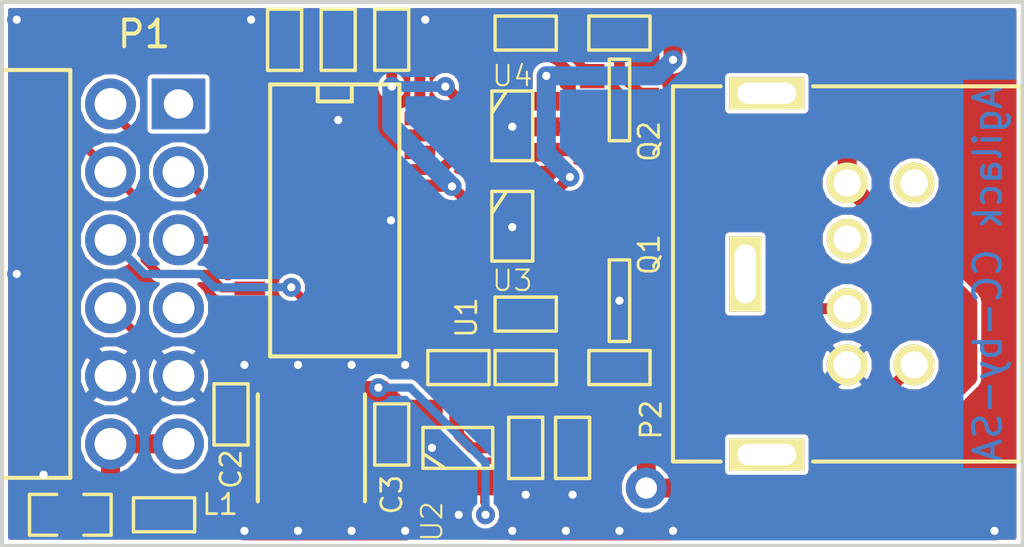
<source format=kicad_pcb>
(kicad_pcb (version 20171130) (host pcbnew 5.0.2)

  (general
    (thickness 1.6)
    (drawings 7)
    (tracks 288)
    (zones 0)
    (modules 25)
    (nets 27)
  )

  (page A4)
  (title_block
    (title "PMOD - PS/2 Interface")
    (date 2020-07-18)
    (rev 1)
    (company Agilack)
    (comment 1 "License: CC-by-SA 2.0")
  )

  (layers
    (0 F.Cu signal)
    (31 B.Cu signal)
    (32 B.Adhes user)
    (33 F.Adhes user)
    (34 B.Paste user)
    (35 F.Paste user)
    (36 B.SilkS user)
    (37 F.SilkS user)
    (38 B.Mask user)
    (39 F.Mask user)
    (40 Dwgs.User user)
    (41 Cmts.User user)
    (42 Eco1.User user)
    (43 Eco2.User user)
    (44 Edge.Cuts user)
    (45 Margin user)
    (46 B.CrtYd user)
    (47 F.CrtYd user)
    (48 B.Fab user)
    (49 F.Fab user)
  )

  (setup
    (last_trace_width 0.25)
    (user_trace_width 0.2032)
    (user_trace_width 0.3048)
    (user_trace_width 0.4064)
    (user_trace_width 0.7112)
    (trace_clearance 0.1524)
    (zone_clearance 0.1524)
    (zone_45_only no)
    (trace_min 0.2)
    (segment_width 0.2)
    (edge_width 0.15)
    (via_size 0.8)
    (via_drill 0.4)
    (via_min_size 0.4)
    (via_min_drill 0.3)
    (user_via 0.7112 0.3048)
    (uvia_size 0.3)
    (uvia_drill 0.1)
    (uvias_allowed no)
    (uvia_min_size 0.2)
    (uvia_min_drill 0.1)
    (pcb_text_width 0.3)
    (pcb_text_size 1.5 1.5)
    (mod_edge_width 0.15)
    (mod_text_size 1 1)
    (mod_text_width 0.15)
    (pad_size 1.524 1.524)
    (pad_drill 0.762)
    (pad_to_mask_clearance 0.051)
    (solder_mask_min_width 0.25)
    (aux_axis_origin 0 0)
    (visible_elements FFFFFFFF)
    (pcbplotparams
      (layerselection 0x010fc_ffffffff)
      (usegerberextensions false)
      (usegerberattributes false)
      (usegerberadvancedattributes false)
      (creategerberjobfile false)
      (excludeedgelayer true)
      (linewidth 0.100000)
      (plotframeref false)
      (viasonmask false)
      (mode 1)
      (useauxorigin false)
      (hpglpennumber 1)
      (hpglpenspeed 20)
      (hpglpendiameter 15.000000)
      (psnegative false)
      (psa4output false)
      (plotreference true)
      (plotvalue true)
      (plotinvisibletext false)
      (padsonsilk false)
      (subtractmaskfromsilk false)
      (outputformat 1)
      (mirror false)
      (drillshape 0)
      (scaleselection 1)
      (outputdirectory "../prod/gerber/"))
  )

  (net 0 "")
  (net 1 "Net-(P1-Pad1)")
  (net 2 "Net-(P1-Pad4)")
  (net 3 GND)
  (net 4 VCC)
  (net 5 "Net-(P2-Pad1)")
  (net 6 "Net-(P2-Pad2)")
  (net 7 "Net-(P2-Pad5)")
  (net 8 "Net-(P2-Pad6)")
  (net 9 +3.3V)
  (net 10 +5V)
  (net 11 "Net-(R1-Pad2)")
  (net 12 "Net-(Q1-Pad1)")
  (net 13 "Net-(Q2-Pad1)")
  (net 14 CLK_O)
  (net 15 DAT_O)
  (net 16 CLK_I)
  (net 17 DAT_I)
  (net 18 /V_SW)
  (net 19 "Net-(U1-Pad3)")
  (net 20 SWCLK)
  (net 21 SWDIO)
  (net 22 "Net-(U1-Pad13)")
  (net 23 PMOD_TXD)
  (net 24 PMOD_RXD)
  (net 25 IRQ)
  (net 26 RST)

  (net_class Default "This is the default net class."
    (clearance 0.1524)
    (trace_width 0.25)
    (via_dia 0.8)
    (via_drill 0.4)
    (uvia_dia 0.3)
    (uvia_drill 0.1)
    (add_net +3.3V)
    (add_net +5V)
    (add_net /V_SW)
    (add_net CLK_I)
    (add_net CLK_O)
    (add_net DAT_I)
    (add_net DAT_O)
    (add_net GND)
    (add_net IRQ)
    (add_net "Net-(P1-Pad1)")
    (add_net "Net-(P1-Pad4)")
    (add_net "Net-(P2-Pad1)")
    (add_net "Net-(P2-Pad2)")
    (add_net "Net-(P2-Pad5)")
    (add_net "Net-(P2-Pad6)")
    (add_net "Net-(Q1-Pad1)")
    (add_net "Net-(Q2-Pad1)")
    (add_net "Net-(R1-Pad2)")
    (add_net "Net-(U1-Pad13)")
    (add_net "Net-(U1-Pad3)")
    (add_net PMOD_RXD)
    (add_net PMOD_TXD)
    (add_net RST)
    (add_net SWCLK)
    (add_net SWDIO)
    (add_net VCC)
  )

  (module pmod-ps2:CONN_PMOD-Male locked (layer F.Cu) (tedit 5F12F8F9) (tstamp 5F130391)
    (at 133.5 105 90)
    (path /5F134A67)
    (fp_text reference P1 (at 8.96 1.25 180) (layer F.SilkS)
      (effects (font (size 1 1) (thickness 0.15)))
    )
    (fp_text value PMOD (at 0 -2.77 90) (layer F.Fab)
      (effects (font (size 1 1) (thickness 0.15)))
    )
    (fp_line (start -7.62 -1.5) (end 7.62 -1.5) (layer F.SilkS) (width 0.15))
    (fp_line (start 7.62 -1.5) (end 7.62 -4.04) (layer F.SilkS) (width 0.15))
    (fp_line (start 7.62 -4.04) (end -7.62 -4.04) (layer F.SilkS) (width 0.15))
    (fp_line (start -7.62 -1.5) (end -7.62 -4.04) (layer F.SilkS) (width 0.15))
    (pad 1 thru_hole rect (at 6.35 2.54 90) (size 1.9 2) (drill 1.1) (layers *.Cu *.Mask)
      (net 1 "Net-(P1-Pad1)"))
    (pad 2 thru_hole circle (at 3.81 2.54 90) (size 1.9 1.9) (drill 1.19) (layers *.Cu *.Mask)
      (net 23 PMOD_TXD))
    (pad 3 thru_hole circle (at 1.27 2.54 90) (size 1.9 1.9) (drill 1.19) (layers *.Cu *.Mask)
      (net 24 PMOD_RXD))
    (pad 4 thru_hole circle (at -1.27 2.54 90) (size 1.9 1.9) (drill 1.19) (layers *.Cu *.Mask)
      (net 2 "Net-(P1-Pad4)"))
    (pad 5 thru_hole circle (at -3.81 2.54 90) (size 1.9 1.9) (drill 1.19) (layers *.Cu *.Mask)
      (net 3 GND))
    (pad 6 thru_hole circle (at -6.35 2.54 90) (size 1.9 1.9) (drill 1.19) (layers *.Cu *.Mask)
      (net 4 VCC))
    (pad 7 thru_hole circle (at 6.35 0 90) (size 1.9 1.9) (drill 1.19) (layers *.Cu *.Mask)
      (net 25 IRQ))
    (pad 8 thru_hole circle (at 3.81 0 90) (size 1.9 1.9) (drill 1.19) (layers *.Cu *.Mask)
      (net 26 RST))
    (pad 9 thru_hole circle (at 1.27 0 90) (size 1.9 1.9) (drill 1.19) (layers *.Cu *.Mask)
      (net 21 SWDIO))
    (pad 10 thru_hole circle (at -1.27 0 90) (size 1.9 1.9) (drill 1.19) (layers *.Cu *.Mask)
      (net 20 SWCLK))
    (pad 11 thru_hole circle (at -3.81 0 90) (size 1.9 1.9) (drill 1.19) (layers *.Cu *.Mask)
      (net 3 GND))
    (pad 12 thru_hole circle (at -6.35 0 90) (size 1.9 1.9) (drill 1.19) (layers *.Cu *.Mask)
      (net 4 VCC))
  )

  (module pmod-ps2:CONN-DIN6_4850261 locked (layer F.Cu) (tedit 5F13605A) (tstamp 5F131B56)
    (at 161 105 270)
    (path /5F150D09)
    (fp_text reference P2 (at 5.45 7.32 270) (layer F.SilkS)
      (effects (font (size 0.762 0.762) (thickness 0.1016)))
    )
    (fp_text value CONN_PS_2 (at 0 -2.5 270) (layer F.SilkS) hide
      (effects (font (size 0.2 0.2) (thickness 0.05)))
    )
    (fp_line (start -7.0104 6.5024) (end -7.0104 4.7244) (layer F.SilkS) (width 0.15))
    (fp_line (start 7.0104 1.27) (end 7.0104 -6.5024) (layer F.SilkS) (width 0.15))
    (fp_line (start 7.0104 -6.5024) (end -7.0104 -6.5024) (layer F.SilkS) (width 0.15))
    (fp_line (start -7.0104 -6.5024) (end -7.0104 1.27) (layer F.SilkS) (width 0.15))
    (fp_line (start -7.0104 6.5024) (end 7.0104 6.5024) (layer F.SilkS) (width 0.15))
    (fp_line (start 7.0104 6.5024) (end 7.0104 4.7244) (layer F.SilkS) (width 0.15))
    (pad 1 thru_hole circle (at 1.3 0 270) (size 1.524 1.524) (drill 1.016) (layers *.Cu *.Mask F.SilkS)
      (net 5 "Net-(P2-Pad1)"))
    (pad 2 thru_hole circle (at -1.3 0 270) (size 1.524 1.524) (drill 1.016) (layers *.Cu *.Mask F.SilkS)
      (net 6 "Net-(P2-Pad2)"))
    (pad 3 thru_hole circle (at 3.4 0 270) (size 1.524 1.524) (drill 1.016) (layers *.Cu *.Mask F.SilkS)
      (net 3 GND))
    (pad 4 thru_hole circle (at -3.4 0 270) (size 1.524 1.524) (drill 1.016) (layers *.Cu *.Mask F.SilkS)
      (net 10 +5V))
    (pad 5 thru_hole circle (at 3.4 -2.5 270) (size 1.524 1.524) (drill 1.016) (layers *.Cu *.Mask F.SilkS)
      (net 7 "Net-(P2-Pad5)"))
    (pad 6 thru_hole circle (at -3.4 -2.5 270) (size 1.524 1.524) (drill 1.016) (layers *.Cu *.Mask F.SilkS)
      (net 8 "Net-(P2-Pad6)"))
    (pad 0 thru_hole rect (at -6.75 3 270) (size 1.2 2.8) (drill oval 0.8 2.2) (layers *.Cu *.Mask F.SilkS))
    (pad 0 thru_hole rect (at 6.75 3 270) (size 1.2 2.8) (drill oval 0.8 2.2) (layers *.Cu *.Mask F.SilkS))
    (pad 0 thru_hole rect (at 0 3.8 270) (size 2.8 1.2) (drill oval 2.2 0.8) (layers *.Cu *.Mask F.SilkS))
  )

  (module pmod-ps2:SMD0805 (layer F.Cu) (tedit 5F131644) (tstamp 5F130A5E)
    (at 132 114 180)
    (path /5F151E2B)
    (attr smd)
    (fp_text reference C1 (at 0 0.25 180) (layer F.SilkS) hide
      (effects (font (size 0.2 0.2) (thickness 0.05)))
    )
    (fp_text value 10uF (at 0 -0.5 180) (layer F.SilkS) hide
      (effects (font (size 0.2 0.2) (thickness 0.05)))
    )
    (fp_line (start -0.508 0.762) (end -1.524 0.762) (layer F.SilkS) (width 0.127))
    (fp_line (start -1.524 0.762) (end -1.524 -0.762) (layer F.SilkS) (width 0.127))
    (fp_line (start -1.524 -0.762) (end -0.508 -0.762) (layer F.SilkS) (width 0.127))
    (fp_line (start 0.508 -0.762) (end 1.524 -0.762) (layer F.SilkS) (width 0.127))
    (fp_line (start 1.524 -0.762) (end 1.524 0.762) (layer F.SilkS) (width 0.127))
    (fp_line (start 1.524 0.762) (end 0.508 0.762) (layer F.SilkS) (width 0.127))
    (pad 1 smd rect (at -0.9525 0 180) (size 0.889 1.397) (layers F.Cu F.Paste F.Mask)
      (net 4 VCC))
    (pad 2 smd rect (at 0.9525 0 180) (size 0.889 1.397) (layers F.Cu F.Paste F.Mask)
      (net 3 GND))
    (model smd/chip_cms.wrl
      (at (xyz 0 0 0))
      (scale (xyz 0.1 0.1 0.1))
      (rotate (xyz 0 0 0))
    )
  )

  (module pmod-ps2:SMD0603 (layer F.Cu) (tedit 5F13164D) (tstamp 5F130A68)
    (at 135.5 114)
    (path /5F151CE6)
    (attr smd)
    (fp_text reference L1 (at 2.09 -0.39) (layer F.SilkS)
      (effects (font (size 0.762 0.762) (thickness 0.1016)))
    )
    (fp_text value FB100 (at 0 0 90) (layer F.SilkS) hide
      (effects (font (size 0.20066 0.20066) (thickness 0.0508)))
    )
    (fp_line (start -1.143 -0.635) (end 1.143 -0.635) (layer F.SilkS) (width 0.127))
    (fp_line (start 1.143 -0.635) (end 1.143 0.635) (layer F.SilkS) (width 0.127))
    (fp_line (start 1.143 0.635) (end -1.143 0.635) (layer F.SilkS) (width 0.127))
    (fp_line (start -1.143 0.635) (end -1.143 -0.635) (layer F.SilkS) (width 0.127))
    (pad 1 smd rect (at -0.762 0) (size 0.635 1.143) (layers F.Cu F.Paste F.Mask)
      (net 4 VCC))
    (pad 2 smd rect (at 0.762 0) (size 0.635 1.143) (layers F.Cu F.Paste F.Mask)
      (net 9 +3.3V))
    (model smd/chip_cms.wrl
      (at (xyz 0 0 0))
      (scale (xyz 0.08 0.08 0.08))
      (rotate (xyz 0 0 0))
    )
  )

  (module pmod-ps2:SOT23-6 locked (layer F.Cu) (tedit 5F131459) (tstamp 5F130A77)
    (at 146.5 111.5)
    (path /5F1518D4)
    (fp_text reference U2 (at -1 2.75 90) (layer F.SilkS)
      (effects (font (size 0.762 0.762) (thickness 0.0762)))
    )
    (fp_text value MCP1640 (at 0.25 0) (layer F.SilkS) hide
      (effects (font (size 0.2 0.2) (thickness 0.05)))
    )
    (fp_line (start -0.508 0.762) (end -1.27 0.254) (layer F.SilkS) (width 0.127))
    (fp_line (start 1.27 0.762) (end -1.3335 0.762) (layer F.SilkS) (width 0.127))
    (fp_line (start -1.3335 0.762) (end -1.3335 -0.762) (layer F.SilkS) (width 0.127))
    (fp_line (start -1.3335 -0.762) (end 1.27 -0.762) (layer F.SilkS) (width 0.127))
    (fp_line (start 1.27 -0.762) (end 1.27 0.762) (layer F.SilkS) (width 0.127))
    (pad 6 smd rect (at -0.9525 -1.27) (size 0.70104 1.00076) (layers F.Cu F.Paste F.Mask)
      (net 9 +3.3V))
    (pad 5 smd rect (at 0 -1.27) (size 0.70104 1.00076) (layers F.Cu F.Paste F.Mask)
      (net 10 +5V))
    (pad 4 smd rect (at 0.9525 -1.27) (size 0.70104 1.00076) (layers F.Cu F.Paste F.Mask)
      (net 11 "Net-(R1-Pad2)"))
    (pad 3 smd rect (at 0.9525 1.27) (size 0.70104 1.00076) (layers F.Cu F.Paste F.Mask)
      (net 9 +3.3V))
    (pad 2 smd rect (at 0 1.27) (size 0.70104 1.00076) (layers F.Cu F.Paste F.Mask)
      (net 3 GND))
    (pad 1 smd rect (at -0.9525 1.27) (size 0.70104 1.00076) (layers F.Cu F.Paste F.Mask)
      (net 18 /V_SW))
    (model smd/SOT23_6.wrl
      (at (xyz 0 0 0))
      (scale (xyz 0.11 0.11 0.11))
      (rotate (xyz 0 0 -180))
    )
  )

  (module pmod-ps2:SMD0603 (layer F.Cu) (tedit 5F1312AB) (tstamp 5F1336F7)
    (at 138 110.25 90)
    (path /5F14012F)
    (attr smd)
    (fp_text reference C2 (at -2.05 0 90) (layer F.SilkS)
      (effects (font (size 0.762 0.762) (thickness 0.1016)))
    )
    (fp_text value 4,7uF (at 0 0 180) (layer F.SilkS) hide
      (effects (font (size 0.20066 0.20066) (thickness 0.0508)))
    )
    (fp_line (start -1.143 -0.635) (end 1.143 -0.635) (layer F.SilkS) (width 0.127))
    (fp_line (start 1.143 -0.635) (end 1.143 0.635) (layer F.SilkS) (width 0.127))
    (fp_line (start 1.143 0.635) (end -1.143 0.635) (layer F.SilkS) (width 0.127))
    (fp_line (start -1.143 0.635) (end -1.143 -0.635) (layer F.SilkS) (width 0.127))
    (pad 1 smd rect (at -0.762 0 90) (size 0.635 1.143) (layers F.Cu F.Paste F.Mask)
      (net 9 +3.3V))
    (pad 2 smd rect (at 0.762 0 90) (size 0.635 1.143) (layers F.Cu F.Paste F.Mask)
      (net 3 GND))
    (model smd/chip_cms.wrl
      (at (xyz 0 0 0))
      (scale (xyz 0.08 0.08 0.08))
      (rotate (xyz 0 0 0))
    )
  )

  (module pmod-ps2:I_TYS4012 (layer F.Cu) (tedit 5F133313) (tstamp 5F1336FF)
    (at 141 111.5 270)
    (path /5F152545)
    (fp_text reference L2 (at -0.12 0 180) (layer F.SilkS) hide
      (effects (font (size 0.762 0.762) (thickness 0.1016)))
    )
    (fp_text value INDUCTOR (at 0.63 0) (layer F.SilkS) hide
      (effects (font (size 0.2 0.2) (thickness 0.05)))
    )
    (fp_line (start -2 2) (end 2 2) (layer F.SilkS) (width 0.15))
    (fp_line (start -2 -2) (end 2 -2) (layer F.SilkS) (width 0.15))
    (pad 1 smd rect (at -1.8 0 270) (size 1.3 3.4) (layers F.Cu F.Paste F.Mask)
      (net 9 +3.3V))
    (pad 2 smd rect (at 1.8 0 270) (size 1.3 3.4) (layers F.Cu F.Paste F.Mask)
      (net 18 /V_SW))
  )

  (module pmod-ps2:SMD0603 locked (layer F.Cu) (tedit 5F1312D5) (tstamp 5F135B51)
    (at 144 111 270)
    (path /5F140AE0)
    (attr smd)
    (fp_text reference C3 (at 2.25 0 270) (layer F.SilkS)
      (effects (font (size 0.762 0.762) (thickness 0.1016)))
    )
    (fp_text value 4,7uF (at 0 0) (layer F.SilkS) hide
      (effects (font (size 0.20066 0.20066) (thickness 0.0508)))
    )
    (fp_line (start -1.143 -0.635) (end 1.143 -0.635) (layer F.SilkS) (width 0.127))
    (fp_line (start 1.143 -0.635) (end 1.143 0.635) (layer F.SilkS) (width 0.127))
    (fp_line (start 1.143 0.635) (end -1.143 0.635) (layer F.SilkS) (width 0.127))
    (fp_line (start -1.143 0.635) (end -1.143 -0.635) (layer F.SilkS) (width 0.127))
    (pad 1 smd rect (at -0.762 0 270) (size 0.635 1.143) (layers F.Cu F.Paste F.Mask)
      (net 9 +3.3V))
    (pad 2 smd rect (at 0.762 0 270) (size 0.635 1.143) (layers F.Cu F.Paste F.Mask)
      (net 3 GND))
    (model smd/chip_cms.wrl
      (at (xyz 0 0 0))
      (scale (xyz 0.08 0.08 0.08))
      (rotate (xyz 0 0 0))
    )
  )

  (module pmod-ps2:SMD0603 (layer F.Cu) (tedit 5950E543) (tstamp 5F1310DF)
    (at 149 108.5 180)
    (path /5F142266)
    (attr smd)
    (fp_text reference R1 (at 0 -1.1557 180) (layer F.SilkS) hide
      (effects (font (size 0.5 0.5) (thickness 0.1016)))
    )
    (fp_text value R (at 0 0 180) (layer F.SilkS) hide
      (effects (font (size 0.20066 0.20066) (thickness 0.0508)))
    )
    (fp_line (start -1.143 -0.635) (end 1.143 -0.635) (layer F.SilkS) (width 0.127))
    (fp_line (start 1.143 -0.635) (end 1.143 0.635) (layer F.SilkS) (width 0.127))
    (fp_line (start 1.143 0.635) (end -1.143 0.635) (layer F.SilkS) (width 0.127))
    (fp_line (start -1.143 0.635) (end -1.143 -0.635) (layer F.SilkS) (width 0.127))
    (pad 1 smd rect (at -0.762 0 180) (size 0.635 1.143) (layers F.Cu F.Paste F.Mask)
      (net 10 +5V))
    (pad 2 smd rect (at 0.762 0 180) (size 0.635 1.143) (layers F.Cu F.Paste F.Mask)
      (net 11 "Net-(R1-Pad2)"))
    (model smd/chip_cms.wrl
      (at (xyz 0 0 0))
      (scale (xyz 0.08 0.08 0.08))
      (rotate (xyz 0 0 0))
    )
  )

  (module pmod-ps2:SMD0603 (layer F.Cu) (tedit 5950E543) (tstamp 5F1310E9)
    (at 146.49 108.5 180)
    (path /5F1452BD)
    (attr smd)
    (fp_text reference R2 (at 0 -1.1557 180) (layer F.SilkS) hide
      (effects (font (size 0.5 0.5) (thickness 0.1016)))
    )
    (fp_text value R (at 0 0 180) (layer F.SilkS) hide
      (effects (font (size 0.20066 0.20066) (thickness 0.0508)))
    )
    (fp_line (start -1.143 0.635) (end -1.143 -0.635) (layer F.SilkS) (width 0.127))
    (fp_line (start 1.143 0.635) (end -1.143 0.635) (layer F.SilkS) (width 0.127))
    (fp_line (start 1.143 -0.635) (end 1.143 0.635) (layer F.SilkS) (width 0.127))
    (fp_line (start -1.143 -0.635) (end 1.143 -0.635) (layer F.SilkS) (width 0.127))
    (pad 2 smd rect (at 0.762 0 180) (size 0.635 1.143) (layers F.Cu F.Paste F.Mask)
      (net 3 GND))
    (pad 1 smd rect (at -0.762 0 180) (size 0.635 1.143) (layers F.Cu F.Paste F.Mask)
      (net 11 "Net-(R1-Pad2)"))
    (model smd/chip_cms.wrl
      (at (xyz 0 0 0))
      (scale (xyz 0.08 0.08 0.08))
      (rotate (xyz 0 0 0))
    )
  )

  (module pmod-ps2:SMD0603 (layer F.Cu) (tedit 5950E543) (tstamp 5F133B5E)
    (at 149 111.5 270)
    (path /5F141617)
    (attr smd)
    (fp_text reference C4 (at 0 -1.1557 270) (layer F.SilkS) hide
      (effects (font (size 0.5 0.5) (thickness 0.1016)))
    )
    (fp_text value 4,7uF (at 0 0 270) (layer F.SilkS) hide
      (effects (font (size 0.20066 0.20066) (thickness 0.0508)))
    )
    (fp_line (start -1.143 -0.635) (end 1.143 -0.635) (layer F.SilkS) (width 0.127))
    (fp_line (start 1.143 -0.635) (end 1.143 0.635) (layer F.SilkS) (width 0.127))
    (fp_line (start 1.143 0.635) (end -1.143 0.635) (layer F.SilkS) (width 0.127))
    (fp_line (start -1.143 0.635) (end -1.143 -0.635) (layer F.SilkS) (width 0.127))
    (pad 1 smd rect (at -0.762 0 270) (size 0.635 1.143) (layers F.Cu F.Paste F.Mask)
      (net 10 +5V))
    (pad 2 smd rect (at 0.762 0 270) (size 0.635 1.143) (layers F.Cu F.Paste F.Mask)
      (net 3 GND))
    (model smd/chip_cms.wrl
      (at (xyz 0 0 0))
      (scale (xyz 0.08 0.08 0.08))
      (rotate (xyz 0 0 0))
    )
  )

  (module pmod-ps2:SMD0603 (layer F.Cu) (tedit 5950E543) (tstamp 5F133B68)
    (at 150.75 111.5 270)
    (path /5F132879)
    (attr smd)
    (fp_text reference C5 (at 0 -1.1557 270) (layer F.SilkS) hide
      (effects (font (size 0.5 0.5) (thickness 0.1016)))
    )
    (fp_text value 4,7uF (at 0 0 270) (layer F.SilkS) hide
      (effects (font (size 0.20066 0.20066) (thickness 0.0508)))
    )
    (fp_line (start -1.143 0.635) (end -1.143 -0.635) (layer F.SilkS) (width 0.127))
    (fp_line (start 1.143 0.635) (end -1.143 0.635) (layer F.SilkS) (width 0.127))
    (fp_line (start 1.143 -0.635) (end 1.143 0.635) (layer F.SilkS) (width 0.127))
    (fp_line (start -1.143 -0.635) (end 1.143 -0.635) (layer F.SilkS) (width 0.127))
    (pad 2 smd rect (at 0.762 0 270) (size 0.635 1.143) (layers F.Cu F.Paste F.Mask)
      (net 3 GND))
    (pad 1 smd rect (at -0.762 0 270) (size 0.635 1.143) (layers F.Cu F.Paste F.Mask)
      (net 10 +5V))
    (model smd/chip_cms.wrl
      (at (xyz 0 0 0))
      (scale (xyz 0.08 0.08 0.08))
      (rotate (xyz 0 0 0))
    )
  )

  (module pmod-ps2:TP (layer F.Cu) (tedit 5901E643) (tstamp 5F135BBA)
    (at 153.5 113)
    (path /5F139A6E)
    (fp_text reference TP2 (at 0 0.5) (layer F.SilkS) hide
      (effects (font (size 0.2 0.2) (thickness 0.05)))
    )
    (fp_text value CONN_1 (at 0 -0.5) (layer F.Fab) hide
      (effects (font (size 0.2 0.2) (thickness 0.05)))
    )
    (pad 1 thru_hole circle (at 0 0) (size 1.524 1.524) (drill 0.8) (layers *.Cu *.Mask)
      (net 10 +5V))
  )

  (module pmod-ps2:SOT23-3 locked (layer F.Cu) (tedit 5F13248F) (tstamp 5F136718)
    (at 152.5 106 90)
    (descr "Module CMS SOT23 Transistore EBC")
    (tags "CMS SOT")
    (path /5F170C74)
    (attr smd)
    (fp_text reference Q1 (at 1.72 1.11 90) (layer F.SilkS)
      (effects (font (size 0.762 0.762) (thickness 0.1016)))
    )
    (fp_text value BC846 (at 0 0 90) (layer F.SilkS) hide
      (effects (font (size 0.2 0.2) (thickness 0.05)))
    )
    (fp_line (start -1.524 0.381) (end -1.524 -0.381) (layer F.SilkS) (width 0.127))
    (fp_line (start 1.524 0.381) (end -1.524 0.381) (layer F.SilkS) (width 0.127))
    (fp_line (start 1.524 -0.381) (end 1.524 0.381) (layer F.SilkS) (width 0.127))
    (fp_line (start -1.524 -0.381) (end 1.524 -0.381) (layer F.SilkS) (width 0.127))
    (pad 3 smd rect (at 0 1.016 90) (size 0.9144 0.9144) (layers F.Cu F.Paste F.Mask)
      (net 7 "Net-(P2-Pad5)"))
    (pad 1 smd rect (at 0.889 -1.016 90) (size 0.9144 0.9144) (layers F.Cu F.Paste F.Mask)
      (net 12 "Net-(Q1-Pad1)"))
    (pad 2 smd rect (at -0.889 -1.016 90) (size 0.9144 0.9144) (layers F.Cu F.Paste F.Mask)
      (net 3 GND))
    (model ${KIPRJMOD}/3D/SOT-23.wrl
      (at (xyz 0 0 0))
      (scale (xyz 1 1 1))
      (rotate (xyz 0 0 0))
    )
  )

  (module pmod-ps2:SOT23-3 (layer F.Cu) (tedit 5F13248A) (tstamp 5F136723)
    (at 152.5 98.5 90)
    (descr "Module CMS SOT23 Transistore EBC")
    (tags "CMS SOT")
    (path /5F170F38)
    (attr smd)
    (fp_text reference Q2 (at -1.55 1.11 90) (layer F.SilkS)
      (effects (font (size 0.762 0.762) (thickness 0.1016)))
    )
    (fp_text value BC846 (at 0 0 90) (layer F.SilkS) hide
      (effects (font (size 0.2 0.2) (thickness 0.05)))
    )
    (fp_line (start -1.524 -0.381) (end 1.524 -0.381) (layer F.SilkS) (width 0.127))
    (fp_line (start 1.524 -0.381) (end 1.524 0.381) (layer F.SilkS) (width 0.127))
    (fp_line (start 1.524 0.381) (end -1.524 0.381) (layer F.SilkS) (width 0.127))
    (fp_line (start -1.524 0.381) (end -1.524 -0.381) (layer F.SilkS) (width 0.127))
    (pad 2 smd rect (at -0.889 -1.016 90) (size 0.9144 0.9144) (layers F.Cu F.Paste F.Mask)
      (net 3 GND))
    (pad 1 smd rect (at 0.889 -1.016 90) (size 0.9144 0.9144) (layers F.Cu F.Paste F.Mask)
      (net 13 "Net-(Q2-Pad1)"))
    (pad 3 smd rect (at 0 1.016 90) (size 0.9144 0.9144) (layers F.Cu F.Paste F.Mask)
      (net 5 "Net-(P2-Pad1)"))
    (model ${KIPRJMOD}/3D/SOT-23.wrl
      (at (xyz 0 0 0))
      (scale (xyz 1 1 1))
      (rotate (xyz 0 0 0))
    )
  )

  (module pmod-ps2:SMD0603 (layer F.Cu) (tedit 5950E543) (tstamp 5F13672D)
    (at 152.5 108.5)
    (path /5F15B382)
    (attr smd)
    (fp_text reference R3 (at 0 -1.1557) (layer F.SilkS) hide
      (effects (font (size 0.5 0.5) (thickness 0.1016)))
    )
    (fp_text value 4,7k (at 0 0) (layer F.SilkS) hide
      (effects (font (size 0.20066 0.20066) (thickness 0.0508)))
    )
    (fp_line (start -1.143 0.635) (end -1.143 -0.635) (layer F.SilkS) (width 0.127))
    (fp_line (start 1.143 0.635) (end -1.143 0.635) (layer F.SilkS) (width 0.127))
    (fp_line (start 1.143 -0.635) (end 1.143 0.635) (layer F.SilkS) (width 0.127))
    (fp_line (start -1.143 -0.635) (end 1.143 -0.635) (layer F.SilkS) (width 0.127))
    (pad 2 smd rect (at 0.762 0) (size 0.635 1.143) (layers F.Cu F.Paste F.Mask)
      (net 7 "Net-(P2-Pad5)"))
    (pad 1 smd rect (at -0.762 0) (size 0.635 1.143) (layers F.Cu F.Paste F.Mask)
      (net 10 +5V))
    (model smd/chip_cms.wrl
      (at (xyz 0 0 0))
      (scale (xyz 0.08 0.08 0.08))
      (rotate (xyz 0 0 0))
    )
  )

  (module pmod-ps2:SMD0603 locked (layer F.Cu) (tedit 5F132351) (tstamp 5F136737)
    (at 152.5 96 180)
    (path /5F15B3FB)
    (attr smd)
    (fp_text reference R4 (at -2.11 -0.01 180) (layer F.SilkS) hide
      (effects (font (size 0.5 0.5) (thickness 0.1016)))
    )
    (fp_text value 4,7k (at 0 0 90) (layer F.SilkS) hide
      (effects (font (size 0.20066 0.20066) (thickness 0.0508)))
    )
    (fp_line (start -1.143 -0.635) (end 1.143 -0.635) (layer F.SilkS) (width 0.127))
    (fp_line (start 1.143 -0.635) (end 1.143 0.635) (layer F.SilkS) (width 0.127))
    (fp_line (start 1.143 0.635) (end -1.143 0.635) (layer F.SilkS) (width 0.127))
    (fp_line (start -1.143 0.635) (end -1.143 -0.635) (layer F.SilkS) (width 0.127))
    (pad 1 smd rect (at -0.762 0 180) (size 0.635 1.143) (layers F.Cu F.Paste F.Mask)
      (net 10 +5V))
    (pad 2 smd rect (at 0.762 0 180) (size 0.635 1.143) (layers F.Cu F.Paste F.Mask)
      (net 5 "Net-(P2-Pad1)"))
    (model smd/chip_cms.wrl
      (at (xyz 0 0 0))
      (scale (xyz 0.08 0.08 0.08))
      (rotate (xyz 0 0 0))
    )
  )

  (module pmod-ps2:SMD0603 (layer F.Cu) (tedit 5950E543) (tstamp 5F136741)
    (at 149 106.5 180)
    (path /5F177A6C)
    (attr smd)
    (fp_text reference R5 (at 0 -1.1557 180) (layer F.SilkS) hide
      (effects (font (size 0.5 0.5) (thickness 0.1016)))
    )
    (fp_text value 10k (at 0 0 180) (layer F.SilkS) hide
      (effects (font (size 0.20066 0.20066) (thickness 0.0508)))
    )
    (fp_line (start -1.143 0.635) (end -1.143 -0.635) (layer F.SilkS) (width 0.127))
    (fp_line (start 1.143 0.635) (end -1.143 0.635) (layer F.SilkS) (width 0.127))
    (fp_line (start 1.143 -0.635) (end 1.143 0.635) (layer F.SilkS) (width 0.127))
    (fp_line (start -1.143 -0.635) (end 1.143 -0.635) (layer F.SilkS) (width 0.127))
    (pad 2 smd rect (at 0.762 0 180) (size 0.635 1.143) (layers F.Cu F.Paste F.Mask)
      (net 14 CLK_O))
    (pad 1 smd rect (at -0.762 0 180) (size 0.635 1.143) (layers F.Cu F.Paste F.Mask)
      (net 12 "Net-(Q1-Pad1)"))
    (model smd/chip_cms.wrl
      (at (xyz 0 0 0))
      (scale (xyz 0.08 0.08 0.08))
      (rotate (xyz 0 0 0))
    )
  )

  (module pmod-ps2:SMD0603 (layer F.Cu) (tedit 5950E543) (tstamp 5F13674B)
    (at 149 96 180)
    (path /5F177D73)
    (attr smd)
    (fp_text reference R6 (at 0 -1.1557 180) (layer F.SilkS) hide
      (effects (font (size 0.5 0.5) (thickness 0.1016)))
    )
    (fp_text value 10k (at 0 0 180) (layer F.SilkS) hide
      (effects (font (size 0.20066 0.20066) (thickness 0.0508)))
    )
    (fp_line (start -1.143 -0.635) (end 1.143 -0.635) (layer F.SilkS) (width 0.127))
    (fp_line (start 1.143 -0.635) (end 1.143 0.635) (layer F.SilkS) (width 0.127))
    (fp_line (start 1.143 0.635) (end -1.143 0.635) (layer F.SilkS) (width 0.127))
    (fp_line (start -1.143 0.635) (end -1.143 -0.635) (layer F.SilkS) (width 0.127))
    (pad 1 smd rect (at -0.762 0 180) (size 0.635 1.143) (layers F.Cu F.Paste F.Mask)
      (net 13 "Net-(Q2-Pad1)"))
    (pad 2 smd rect (at 0.762 0 180) (size 0.635 1.143) (layers F.Cu F.Paste F.Mask)
      (net 15 DAT_O))
    (model smd/chip_cms.wrl
      (at (xyz 0 0 0))
      (scale (xyz 0.08 0.08 0.08))
      (rotate (xyz 0 0 0))
    )
  )

  (module pmod-ps2:SOT23-6 (layer F.Cu) (tedit 5F132EC8) (tstamp 5F13675A)
    (at 148.5 103.25 270)
    (path /5F13B389)
    (fp_text reference U3 (at 1.99898 0) (layer F.SilkS)
      (effects (font (size 0.762 0.762) (thickness 0.0762)))
    )
    (fp_text value SN74LVC1T45 (at 0.0635 0 270) (layer F.SilkS) hide
      (effects (font (size 0.2 0.2) (thickness 0.05)))
    )
    (fp_line (start 1.27 -0.762) (end 1.27 0.762) (layer F.SilkS) (width 0.127))
    (fp_line (start -1.3335 -0.762) (end 1.27 -0.762) (layer F.SilkS) (width 0.127))
    (fp_line (start -1.3335 0.762) (end -1.3335 -0.762) (layer F.SilkS) (width 0.127))
    (fp_line (start 1.27 0.762) (end -1.3335 0.762) (layer F.SilkS) (width 0.127))
    (fp_line (start -0.508 0.762) (end -1.27 0.254) (layer F.SilkS) (width 0.127))
    (pad 1 smd rect (at -0.9525 1.27 270) (size 0.70104 1.00076) (layers F.Cu F.Paste F.Mask)
      (net 9 +3.3V))
    (pad 2 smd rect (at 0 1.27 270) (size 0.70104 1.00076) (layers F.Cu F.Paste F.Mask)
      (net 3 GND))
    (pad 3 smd rect (at 0.9525 1.27 270) (size 0.70104 1.00076) (layers F.Cu F.Paste F.Mask)
      (net 16 CLK_I))
    (pad 4 smd rect (at 0.9525 -1.27 270) (size 0.70104 1.00076) (layers F.Cu F.Paste F.Mask)
      (net 7 "Net-(P2-Pad5)"))
    (pad 5 smd rect (at 0 -1.27 270) (size 0.70104 1.00076) (layers F.Cu F.Paste F.Mask)
      (net 3 GND))
    (pad 6 smd rect (at -0.9525 -1.27 270) (size 0.70104 1.00076) (layers F.Cu F.Paste F.Mask)
      (net 10 +5V))
    (model smd/SOT23_6.wrl
      (at (xyz 0 0 0))
      (scale (xyz 0.11 0.11 0.11))
      (rotate (xyz 0 0 -180))
    )
  )

  (module pmod-ps2:SOT23-6 locked (layer F.Cu) (tedit 5F132EE4) (tstamp 5F136769)
    (at 148.5 99.5 270)
    (path /5F1621D1)
    (fp_text reference U4 (at -1.9 0) (layer F.SilkS)
      (effects (font (size 0.762 0.762) (thickness 0.0762)))
    )
    (fp_text value SN74LVC1T45 (at 0.0635 0 270) (layer F.SilkS) hide
      (effects (font (size 0.2 0.2) (thickness 0.05)))
    )
    (fp_line (start -0.508 0.762) (end -1.27 0.254) (layer F.SilkS) (width 0.127))
    (fp_line (start 1.27 0.762) (end -1.3335 0.762) (layer F.SilkS) (width 0.127))
    (fp_line (start -1.3335 0.762) (end -1.3335 -0.762) (layer F.SilkS) (width 0.127))
    (fp_line (start -1.3335 -0.762) (end 1.27 -0.762) (layer F.SilkS) (width 0.127))
    (fp_line (start 1.27 -0.762) (end 1.27 0.762) (layer F.SilkS) (width 0.127))
    (pad 6 smd rect (at -0.9525 -1.27 270) (size 0.70104 1.00076) (layers F.Cu F.Paste F.Mask)
      (net 10 +5V))
    (pad 5 smd rect (at 0 -1.27 270) (size 0.70104 1.00076) (layers F.Cu F.Paste F.Mask)
      (net 3 GND))
    (pad 4 smd rect (at 0.9525 -1.27 270) (size 0.70104 1.00076) (layers F.Cu F.Paste F.Mask)
      (net 5 "Net-(P2-Pad1)"))
    (pad 3 smd rect (at 0.9525 1.27 270) (size 0.70104 1.00076) (layers F.Cu F.Paste F.Mask)
      (net 17 DAT_I))
    (pad 2 smd rect (at 0 1.27 270) (size 0.70104 1.00076) (layers F.Cu F.Paste F.Mask)
      (net 3 GND))
    (pad 1 smd rect (at -0.9525 1.27 270) (size 0.70104 1.00076) (layers F.Cu F.Paste F.Mask)
      (net 9 +3.3V))
    (model smd/SOT23_6.wrl
      (at (xyz 0 0 0))
      (scale (xyz 0.11 0.11 0.11))
      (rotate (xyz 0 0 -180))
    )
  )

  (module pmod-ps2:SOIC-14 (layer F.Cu) (tedit 5F1332ED) (tstamp 5F1330B7)
    (at 142 103 270)
    (descr "Module CMS SOJ 14 pins Large")
    (tags "CMS SOJ")
    (path /5F136F34)
    (attr smd)
    (fp_text reference U1 (at 3.63 -4.79 270) (layer F.SilkS)
      (effects (font (size 0.762 0.762) (thickness 0.1016)))
    )
    (fp_text value ATSAMD09C13A (at 0 1.27 270) (layer F.Fab) hide
      (effects (font (size 0.2 0.2) (thickness 0.05)))
    )
    (fp_line (start 5.08 -2.286) (end 5.08 2.54) (layer F.SilkS) (width 0.15))
    (fp_line (start 5.08 2.54) (end -5.08 2.54) (layer F.SilkS) (width 0.15))
    (fp_line (start -5.08 2.54) (end -5.08 -2.286) (layer F.SilkS) (width 0.15))
    (fp_line (start -5.08 -2.286) (end 5.08 -2.286) (layer F.SilkS) (width 0.15))
    (fp_line (start -5.08 -0.508) (end -4.445 -0.508) (layer F.SilkS) (width 0.15))
    (fp_line (start -4.445 -0.508) (end -4.445 0.762) (layer F.SilkS) (width 0.15))
    (fp_line (start -4.445 0.762) (end -5.08 0.762) (layer F.SilkS) (width 0.15))
    (pad 1 smd rect (at -3.81 3.302 270) (size 0.508 1.143) (layers F.Cu F.Paste F.Mask)
      (net 25 IRQ))
    (pad 2 smd rect (at -2.54 3.302 270) (size 0.508 1.143) (layers F.Cu F.Paste F.Mask)
      (net 17 DAT_I))
    (pad 3 smd rect (at -1.27 3.302 270) (size 0.508 1.143) (layers F.Cu F.Paste F.Mask)
      (net 19 "Net-(U1-Pad3)"))
    (pad 4 smd rect (at 0 3.302 270) (size 0.508 1.143) (layers F.Cu F.Paste F.Mask)
      (net 24 PMOD_RXD))
    (pad 5 smd rect (at 1.27 3.302 270) (size 0.508 1.143) (layers F.Cu F.Paste F.Mask)
      (net 23 PMOD_TXD))
    (pad 6 smd rect (at 2.54 3.302 270) (size 0.508 1.143) (layers F.Cu F.Paste F.Mask)
      (net 26 RST))
    (pad 7 smd rect (at 3.81 3.302 270) (size 0.508 1.143) (layers F.Cu F.Paste F.Mask)
      (net 20 SWCLK))
    (pad 8 smd rect (at 3.81 -3.048 270) (size 0.508 1.143) (layers F.Cu F.Paste F.Mask)
      (net 21 SWDIO))
    (pad 9 smd rect (at 2.54 -3.048 270) (size 0.508 1.143) (layers F.Cu F.Paste F.Mask)
      (net 14 CLK_O))
    (pad 11 smd rect (at 0 -3.048 270) (size 0.508 1.143) (layers F.Cu F.Paste F.Mask)
      (net 3 GND))
    (pad 12 smd rect (at -1.27 -3.048 270) (size 0.508 1.143) (layers F.Cu F.Paste F.Mask)
      (net 9 +3.3V))
    (pad 13 smd rect (at -2.54 -3.048 270) (size 0.508 1.143) (layers F.Cu F.Paste F.Mask)
      (net 22 "Net-(U1-Pad13)"))
    (pad 14 smd rect (at -3.81 -3.048 270) (size 0.508 1.143) (layers F.Cu F.Paste F.Mask)
      (net 15 DAT_O))
    (pad 10 smd rect (at 1.27 -3.048 270) (size 0.508 1.143) (layers F.Cu F.Paste F.Mask)
      (net 16 CLK_I))
    (model SMD_Packages.3dshapes/SOIC-14_N.wrl
      (at (xyz 0 0 0))
      (scale (xyz 0.5 0.4 0.5))
      (rotate (xyz 0 0 0))
    )
  )

  (module pmod-ps2:SMD0603 (layer F.Cu) (tedit 5F135E42) (tstamp 5F135DF8)
    (at 144 96.25 90)
    (path /5F1671A9)
    (attr smd)
    (fp_text reference C6 (at 0.15 0 180) (layer F.SilkS) hide
      (effects (font (size 0.2 0.2) (thickness 0.05)))
    )
    (fp_text value 100nF (at -0.17 0 180) (layer F.SilkS) hide
      (effects (font (size 0.20066 0.20066) (thickness 0.0508)))
    )
    (fp_line (start -1.143 -0.635) (end 1.143 -0.635) (layer F.SilkS) (width 0.127))
    (fp_line (start 1.143 -0.635) (end 1.143 0.635) (layer F.SilkS) (width 0.127))
    (fp_line (start 1.143 0.635) (end -1.143 0.635) (layer F.SilkS) (width 0.127))
    (fp_line (start -1.143 0.635) (end -1.143 -0.635) (layer F.SilkS) (width 0.127))
    (pad 1 smd rect (at -0.762 0 90) (size 0.635 1.143) (layers F.Cu F.Paste F.Mask)
      (net 9 +3.3V))
    (pad 2 smd rect (at 0.762 0 90) (size 0.635 1.143) (layers F.Cu F.Paste F.Mask)
      (net 3 GND))
    (model smd/chip_cms.wrl
      (at (xyz 0 0 0))
      (scale (xyz 0.08 0.08 0.08))
      (rotate (xyz 0 0 0))
    )
  )

  (module pmod-ps2:SMD0603 (layer F.Cu) (tedit 5950E543) (tstamp 5F135E02)
    (at 140 96.25 90)
    (path /5F1454EA)
    (attr smd)
    (fp_text reference C7 (at 0 -1.1557 90) (layer F.SilkS) hide
      (effects (font (size 0.5 0.5) (thickness 0.1016)))
    )
    (fp_text value 1uF (at 0 0 90) (layer F.SilkS) hide
      (effects (font (size 0.20066 0.20066) (thickness 0.0508)))
    )
    (fp_line (start -1.143 0.635) (end -1.143 -0.635) (layer F.SilkS) (width 0.127))
    (fp_line (start 1.143 0.635) (end -1.143 0.635) (layer F.SilkS) (width 0.127))
    (fp_line (start 1.143 -0.635) (end 1.143 0.635) (layer F.SilkS) (width 0.127))
    (fp_line (start -1.143 -0.635) (end 1.143 -0.635) (layer F.SilkS) (width 0.127))
    (pad 2 smd rect (at 0.762 0 90) (size 0.635 1.143) (layers F.Cu F.Paste F.Mask)
      (net 3 GND))
    (pad 1 smd rect (at -0.762 0 90) (size 0.635 1.143) (layers F.Cu F.Paste F.Mask)
      (net 26 RST))
    (model smd/chip_cms.wrl
      (at (xyz 0 0 0))
      (scale (xyz 0.08 0.08 0.08))
      (rotate (xyz 0 0 0))
    )
  )

  (module pmod-ps2:SMD0603 (layer F.Cu) (tedit 5F135E27) (tstamp 5F135E0C)
    (at 142 96.25 90)
    (path /5F138D25)
    (attr smd)
    (fp_text reference R7 (at 0.15 0 180) (layer F.SilkS) hide
      (effects (font (size 0.2 0.2) (thickness 0.05)))
    )
    (fp_text value 10k (at -0.17 0 180) (layer F.SilkS) hide
      (effects (font (size 0.20066 0.20066) (thickness 0.0508)))
    )
    (fp_line (start -1.143 -0.635) (end 1.143 -0.635) (layer F.SilkS) (width 0.127))
    (fp_line (start 1.143 -0.635) (end 1.143 0.635) (layer F.SilkS) (width 0.127))
    (fp_line (start 1.143 0.635) (end -1.143 0.635) (layer F.SilkS) (width 0.127))
    (fp_line (start -1.143 0.635) (end -1.143 -0.635) (layer F.SilkS) (width 0.127))
    (pad 1 smd rect (at -0.762 0 90) (size 0.635 1.143) (layers F.Cu F.Paste F.Mask)
      (net 26 RST))
    (pad 2 smd rect (at 0.762 0 90) (size 0.635 1.143) (layers F.Cu F.Paste F.Mask)
      (net 9 +3.3V))
    (model smd/chip_cms.wrl
      (at (xyz 0 0 0))
      (scale (xyz 0.08 0.08 0.08))
      (rotate (xyz 0 0 0))
    )
  )

  (gr_text rev1 (at 164.5 114.33) (layer F.Cu)
    (effects (font (size 0.6 0.6) (thickness 0.1016)))
  )
  (gr_text "Agilack CC-by-SA" (at 166.25 105 90) (layer B.Cu)
    (effects (font (size 1 1) (thickness 0.1524)) (justify mirror))
  )
  (gr_text "PMOD PS/2" (at 159 114.25) (layer F.Cu)
    (effects (font (size 0.762 0.762) (thickness 0.1016)))
  )
  (gr_line (start 129.45 115.16) (end 129.45 94.84) (angle 90) (layer Edge.Cuts) (width 0.15))
  (gr_line (start 167.55 115.16) (end 129.45 115.16) (angle 90) (layer Edge.Cuts) (width 0.15))
  (gr_line (start 167.55 94.84) (end 167.55 115.16) (angle 90) (layer Edge.Cuts) (width 0.15))
  (gr_line (start 129.45 94.84) (end 167.55 94.84) (angle 90) (layer Edge.Cuts) (width 0.15))

  (segment (start 136.04 108.81) (end 137 107.85) (width 0.4064) (layer B.Cu) (net 3) (status 400000))
  (segment (start 146.5 112.77) (end 146.5 111.99) (width 0.4064) (layer F.Cu) (net 3) (status 400000))
  (segment (start 146.5 111.99) (end 146.01 111.5) (width 0.4064) (layer F.Cu) (net 3) (tstamp 5F137A6B))
  (segment (start 146.01 111.5) (end 145.5 111.5) (width 0.4064) (layer F.Cu) (net 3) (tstamp 5F137A6C))
  (via (at 145.5 111.5) (size 0.7112) (drill 0.3048) (layers F.Cu B.Cu) (net 3))
  (segment (start 144 111.762) (end 144.848 111.762) (width 0.4064) (layer F.Cu) (net 3) (status 400000))
  (segment (start 144.848 111.762) (end 145.11 111.5) (width 0.4064) (layer F.Cu) (net 3) (tstamp 5F137A70))
  (segment (start 145.11 111.5) (end 145.5 111.5) (width 0.4064) (layer F.Cu) (net 3) (tstamp 5F137A71))
  (segment (start 136.04 108.81) (end 138 110.77) (width 0.4064) (layer B.Cu) (net 3) (status 400000))
  (segment (start 146.5 112.77) (end 146.5 114) (width 0.4064) (layer F.Cu) (net 3) (status 400000))
  (via (at 146.5 114) (size 0.7112) (drill 0.3048) (layers F.Cu B.Cu) (net 3))
  (segment (start 145.9 114.6) (end 146.5 114) (width 0.4064) (layer F.Cu) (net 3) (tstamp 5F137A80))
  (via (at 140.5 108.4) (size 0.7112) (drill 0.3048) (layers F.Cu B.Cu) (net 3))
  (via (at 144.5 114.6) (size 0.7112) (drill 0.3048) (layers F.Cu B.Cu) (net 3))
  (segment (start 144.5 114.6) (end 145.9 114.6) (width 0.4064) (layer F.Cu) (net 3))
  (via (at 142.5 114.6) (size 0.7112) (drill 0.3048) (layers F.Cu B.Cu) (net 3))
  (segment (start 142.5 114.6) (end 144.5 114.6) (width 0.7112) (layer F.Cu) (net 3))
  (via (at 140.5 114.6) (size 0.7112) (drill 0.3048) (layers F.Cu B.Cu) (net 3))
  (segment (start 140.5 114.6) (end 142.5 114.6) (width 0.7112) (layer F.Cu) (net 3))
  (segment (start 140.5 114.6) (end 138.5 114.6) (width 0.7112) (layer F.Cu) (net 3))
  (via (at 138.5 114.6) (size 0.7112) (drill 0.3048) (layers F.Cu B.Cu) (net 3))
  (segment (start 138 110.77) (end 138 114.1) (width 0.4064) (layer B.Cu) (net 3))
  (segment (start 138 114.1) (end 138.5 114.6) (width 0.4064) (layer B.Cu) (net 3) (tstamp 5F137AB8))
  (segment (start 140.5 108.4) (end 142.5 108.4) (width 0.7112) (layer F.Cu) (net 3))
  (via (at 142.5 108.4) (size 0.7112) (drill 0.3048) (layers F.Cu B.Cu) (net 3))
  (segment (start 142.5 108.4) (end 144.5 108.4) (width 0.4064) (layer F.Cu) (net 3))
  (via (at 144.5 108.4) (size 0.7112) (drill 0.3048) (layers F.Cu B.Cu) (net 3))
  (segment (start 140.5 108.4) (end 138.5 108.4) (width 0.7112) (layer F.Cu) (net 3))
  (via (at 138.5 108.4) (size 0.7112) (drill 0.3048) (layers F.Cu B.Cu) (net 3))
  (segment (start 137 107.85) (end 137.95 107.85) (width 0.4064) (layer B.Cu) (net 3))
  (segment (start 137.95 107.85) (end 138.5 108.4) (width 0.4064) (layer B.Cu) (net 3) (tstamp 5F137AD3))
  (segment (start 138 109.488) (end 138 108.9) (width 0.4064) (layer F.Cu) (net 3) (status 400000))
  (segment (start 138 108.9) (end 138.5 108.4) (width 0.4064) (layer F.Cu) (net 3) (tstamp 5F137AD6))
  (via (at 148.5 114.6) (size 0.7112) (drill 0.3048) (layers F.Cu B.Cu) (net 3))
  (segment (start 148.5 114.6) (end 147.99 114.6) (width 0.3048) (layer F.Cu) (net 3))
  (segment (start 147.99 114.6) (end 147.87 114.72) (width 0.3048) (layer F.Cu) (net 3) (tstamp 5F135458))
  (segment (start 147.87 114.72) (end 147.22 114.72) (width 0.3048) (layer F.Cu) (net 3) (tstamp 5F135459))
  (segment (start 146.5 114) (end 146.87 114.37) (width 0.3048) (layer F.Cu) (net 3))
  (segment (start 146.87 114.37) (end 147.22 114.72) (width 0.2032) (layer F.Cu) (net 3))
  (segment (start 148.5 114.6) (end 150.5 114.6) (width 0.7112) (layer F.Cu) (net 3))
  (via (at 150.5 114.6) (size 0.7112) (drill 0.3048) (layers F.Cu B.Cu) (net 3))
  (segment (start 150.5 114.6) (end 152.5 114.6) (width 0.7112) (layer F.Cu) (net 3))
  (via (at 152.5 114.6) (size 0.7112) (drill 0.3048) (layers F.Cu B.Cu) (net 3))
  (segment (start 149 112.262) (end 149 113.25) (width 0.4064) (layer F.Cu) (net 3) (status 400000))
  (via (at 149 113.25) (size 0.7112) (drill 0.3048) (layers F.Cu B.Cu) (net 3))
  (segment (start 150.75 112.262) (end 150.75 113.25) (width 0.4064) (layer F.Cu) (net 3) (status 400000))
  (via (at 150.75 113.25) (size 0.7112) (drill 0.3048) (layers F.Cu B.Cu) (net 3))
  (segment (start 149 113.25) (end 149 114.1) (width 0.4064) (layer B.Cu) (net 3))
  (segment (start 149 114.1) (end 148.5 114.6) (width 0.4064) (layer B.Cu) (net 3) (tstamp 5F1354D3))
  (segment (start 149 113.25) (end 150.75 113.25) (width 0.4064) (layer B.Cu) (net 3))
  (segment (start 145.728 108.5) (end 145.13 108.5) (width 0.4064) (layer F.Cu) (net 3) (status 400000))
  (segment (start 145.13 108.5) (end 145.03 108.4) (width 0.4064) (layer F.Cu) (net 3) (tstamp 5F1354E7))
  (segment (start 145.03 108.4) (end 144.5 108.4) (width 0.4064) (layer F.Cu) (net 3) (tstamp 5F1354E8))
  (segment (start 136.04 108.81) (end 134.77 107.54) (width 0.4064) (layer B.Cu) (net 3) (status 400000))
  (segment (start 133.5 108.81) (end 134.77 107.54) (width 0.4064) (layer B.Cu) (net 3) (status 400000))
  (segment (start 133.5 108.81) (end 131 111.31) (width 0.4064) (layer B.Cu) (net 3) (status 400000))
  (segment (start 131 111.31) (end 131 112.5) (width 0.4064) (layer B.Cu) (net 3) (tstamp 5F13552C))
  (via (at 131 112.5) (size 0.7112) (drill 0.3048) (layers F.Cu B.Cu) (net 3))
  (segment (start 131 112.5) (end 131 113.9525) (width 0.7112) (layer F.Cu) (net 3) (status 800000))
  (segment (start 131 113.9525) (end 131.0475 114) (width 0.7112) (layer F.Cu) (net 3) (tstamp 5F135531) (status C00000))
  (via (at 166.5 114.6) (size 0.7112) (drill 0.3048) (layers F.Cu B.Cu) (net 3))
  (segment (start 161 108.4) (end 159.23 110.17) (width 0.7112) (layer B.Cu) (net 3) (status 400000))
  (segment (start 152.5 114.6) (end 154.5 114.6) (width 0.7112) (layer F.Cu) (net 3))
  (via (at 154.5 114.6) (size 0.7112) (drill 0.3048) (layers F.Cu B.Cu) (net 3))
  (segment (start 159.23 110.17) (end 152.22 110.17) (width 0.7112) (layer B.Cu) (net 3))
  (segment (start 152.22 110.17) (end 150.75 111.64) (width 0.7112) (layer B.Cu) (net 3) (tstamp 5F13BC71))
  (segment (start 150.75 111.64) (end 150.75 113.25) (width 0.7112) (layer B.Cu) (net 3) (tstamp 5F13BC72))
  (segment (start 147.23 103.25) (end 148.5 103.25) (width 0.7112) (layer F.Cu) (net 3) (status 400000))
  (via (at 148.5 103.25) (size 0.7112) (drill 0.3048) (layers F.Cu B.Cu) (net 3))
  (segment (start 149.77 103.25) (end 148.5 103.25) (width 0.7112) (layer F.Cu) (net 3) (status 400000))
  (segment (start 148.5 103.25) (end 148.5 99.5) (width 0.3048) (layer B.Cu) (net 3))
  (via (at 148.5 99.5) (size 0.7112) (drill 0.3048) (layers F.Cu B.Cu) (net 3))
  (segment (start 148.5 99.5) (end 147.23 99.5) (width 0.7112) (layer F.Cu) (net 3) (status 800000))
  (segment (start 148.5 99.5) (end 149.77 99.5) (width 0.7112) (layer F.Cu) (net 3) (status 800000))
  (segment (start 149.77 99.5) (end 151.373 99.5) (width 0.4064) (layer F.Cu) (net 3) (status C00000))
  (segment (start 151.373 99.5) (end 151.484 99.389) (width 0.4064) (layer F.Cu) (net 3) (tstamp 5F147515) (status C00000))
  (segment (start 151.484 106.889) (end 151.611 106.889) (width 0.4064) (layer F.Cu) (net 3) (status C00000))
  (segment (start 151.611 106.889) (end 152.5 106) (width 0.4064) (layer F.Cu) (net 3) (tstamp 5F14751C) (status 400000))
  (via (at 152.5 106) (size 0.7112) (drill 0.3048) (layers F.Cu B.Cu) (net 3))
  (segment (start 148.5 103.25) (end 149.75 103.25) (width 0.4064) (layer B.Cu) (net 3))
  (segment (start 149.75 103.25) (end 152.5 106) (width 0.4064) (layer B.Cu) (net 3) (tstamp 5F14752E))
  (segment (start 152.22 110.17) (end 152.22 108.16) (width 0.4064) (layer B.Cu) (net 3))
  (segment (start 152.22 108.16) (end 152.5 107.88) (width 0.4064) (layer B.Cu) (net 3) (tstamp 5F147531))
  (segment (start 152.5 107.88) (end 152.5 106) (width 0.4064) (layer B.Cu) (net 3) (tstamp 5F147532))
  (segment (start 145.048 103) (end 143.97 103) (width 0.4064) (layer F.Cu) (net 3) (status 400000))
  (via (at 143.97 103) (size 0.7112) (drill 0.3048) (layers F.Cu B.Cu) (net 3))
  (segment (start 145.7 103) (end 145.95 103.25) (width 0.4064) (layer B.Cu) (net 3) (tstamp 5F134ECD))
  (segment (start 145.95 103.25) (end 148.5 103.25) (width 0.4064) (layer B.Cu) (net 3) (tstamp 5F134ECE))
  (segment (start 133.5 108.81) (end 133.5 108.5) (width 0.4064) (layer B.Cu) (net 3) (status C00000))
  (segment (start 133.5 108.5) (end 130 105) (width 0.4064) (layer B.Cu) (net 3) (tstamp 5F135AA3) (status 400000))
  (via (at 130 105) (size 0.7112) (drill 0.3048) (layers F.Cu B.Cu) (net 3))
  (segment (start 139.61 95.478) (end 138.772 95.478) (width 0.4064) (layer F.Cu) (net 3))
  (segment (start 138.772 95.478) (end 138.75 95.5) (width 0.4064) (layer F.Cu) (net 3) (tstamp 5F137969))
  (via (at 138.75 95.5) (size 0.7112) (drill 0.3048) (layers F.Cu B.Cu) (net 3))
  (segment (start 138.75 95.5) (end 145.25 95.5) (width 0.4064) (layer B.Cu) (net 3))
  (via (at 145.25 95.5) (size 0.7112) (drill 0.3048) (layers F.Cu B.Cu) (net 3))
  (segment (start 145.25 95.5) (end 144.012 95.5) (width 0.4064) (layer F.Cu) (net 3) (status 800000))
  (segment (start 144.012 95.5) (end 144 95.488) (width 0.4064) (layer F.Cu) (net 3) (tstamp 5F139A6C) (status C00000))
  (segment (start 148.5 99.5) (end 148.5 97.56) (width 0.4064) (layer B.Cu) (net 3))
  (segment (start 148.5 97.56) (end 146.44 95.5) (width 0.4064) (layer B.Cu) (net 3) (tstamp 5F139AAA))
  (segment (start 146.44 95.5) (end 145.25 95.5) (width 0.4064) (layer B.Cu) (net 3) (tstamp 5F139AAB))
  (segment (start 145.7 103) (end 143.97 103) (width 0.4064) (layer B.Cu) (net 3))
  (segment (start 143.97 103) (end 143.97 101.22) (width 0.4064) (layer B.Cu) (net 3))
  (segment (start 143.97 101.22) (end 142 99.25) (width 0.4064) (layer B.Cu) (net 3) (tstamp 5F139BE7))
  (via (at 142 99.25) (size 0.7112) (drill 0.3048) (layers F.Cu B.Cu) (net 3))
  (segment (start 130 105) (end 130 95.5) (width 0.4064) (layer B.Cu) (net 3))
  (via (at 130 95.5) (size 0.7112) (drill 0.3048) (layers F.Cu B.Cu) (net 3))
  (segment (start 154.5 114.6) (end 166.5 114.6) (width 0.7112) (layer B.Cu) (net 3))
  (segment (start 134.738 114) (end 132.9525 114) (width 0.7112) (layer F.Cu) (net 4) (status C00000))
  (segment (start 133.5 111.35) (end 133.5 112.86) (width 0.7112) (layer F.Cu) (net 4) (status 400000))
  (segment (start 133.5 112.86) (end 132.9525 113.4075) (width 0.7112) (layer F.Cu) (net 4) (tstamp 5F135502) (status 800000))
  (segment (start 132.9525 113.4075) (end 132.9525 114) (width 0.7112) (layer F.Cu) (net 4) (tstamp 5F135503) (status C00000))
  (segment (start 136.04 111.35) (end 133.5 111.35) (width 0.7112) (layer F.Cu) (net 4) (status C00000))
  (segment (start 161 106.3) (end 159.84 106.3) (width 0.4064) (layer F.Cu) (net 5) (status 400000))
  (segment (start 159.84 106.3) (end 158.94 105.4) (width 0.4064) (layer F.Cu) (net 5) (tstamp 5F14745B))
  (segment (start 158.94 105.4) (end 158.94 102.44) (width 0.4064) (layer F.Cu) (net 5) (tstamp 5F14745C))
  (segment (start 158.94 102.44) (end 155 98.5) (width 0.4064) (layer F.Cu) (net 5) (tstamp 5F14745D))
  (segment (start 155 98.5) (end 153.516 98.5) (width 0.4064) (layer F.Cu) (net 5) (tstamp 5F14745F) (status 800000))
  (segment (start 151.738 96) (end 151.738 96.258) (width 0.4064) (layer F.Cu) (net 5) (status C00000))
  (segment (start 151.738 96.258) (end 152.5 97.02) (width 0.4064) (layer F.Cu) (net 5) (tstamp 5F147462) (status 400000))
  (segment (start 152.5 97.02) (end 152.5 97.484) (width 0.4064) (layer F.Cu) (net 5) (tstamp 5F147463))
  (segment (start 152.5 97.484) (end 153.516 98.5) (width 0.4064) (layer F.Cu) (net 5) (tstamp 5F147464) (status 800000))
  (segment (start 149.77 100.4525) (end 150.5325 100.4525) (width 0.3048) (layer F.Cu) (net 5) (status 400000))
  (segment (start 150.5325 100.4525) (end 150.535 100.45) (width 0.3048) (layer F.Cu) (net 5) (tstamp 5F1474F7))
  (segment (start 150.535 100.45) (end 153 100.45) (width 0.3048) (layer F.Cu) (net 5) (tstamp 5F1474F8))
  (segment (start 153.516 98.5) (end 153.516 99.934) (width 0.3048) (layer F.Cu) (net 5) (status 400000))
  (segment (start 153.516 99.934) (end 153 100.45) (width 0.3048) (layer F.Cu) (net 5) (tstamp 5F1474FB))
  (segment (start 163.5 108.4) (end 161.65 110.25) (width 0.4064) (layer F.Cu) (net 7) (status 400000))
  (segment (start 161.65 110.25) (end 159.25 110.25) (width 0.4064) (layer F.Cu) (net 7))
  (segment (start 159.25 110.25) (end 155 106) (width 0.4064) (layer F.Cu) (net 7) (tstamp 5F14747F))
  (segment (start 155 106) (end 153.516 106) (width 0.4064) (layer F.Cu) (net 7) (tstamp 5F147481) (status 800000))
  (segment (start 153.262 108.5) (end 153.262 107.508) (width 0.4064) (layer F.Cu) (net 7) (status 400000))
  (segment (start 153.262 107.508) (end 153.516 107.254) (width 0.4064) (layer F.Cu) (net 7) (tstamp 5F147484))
  (segment (start 153.516 107.254) (end 153.516 106) (width 0.4064) (layer F.Cu) (net 7) (tstamp 5F147485) (status 800000))
  (segment (start 149.77 104.2025) (end 150.5325 104.2025) (width 0.3048) (layer F.Cu) (net 7) (status 400000))
  (segment (start 150.5325 104.2025) (end 150.535 104.2) (width 0.3048) (layer F.Cu) (net 7) (tstamp 5F1474EF))
  (segment (start 150.535 104.2) (end 153 104.2) (width 0.3048) (layer F.Cu) (net 7) (tstamp 5F1474F0))
  (segment (start 153.516 106) (end 153.516 104.716) (width 0.3048) (layer F.Cu) (net 7) (status 400000))
  (segment (start 153.516 104.716) (end 153 104.2) (width 0.3048) (layer F.Cu) (net 7) (tstamp 5F1474F3))
  (segment (start 136.262 114) (end 136.99 114) (width 0.4064) (layer F.Cu) (net 9) (status 400000))
  (segment (start 136.99 114) (end 138 112.99) (width 0.4064) (layer F.Cu) (net 9) (tstamp 5F135B13))
  (segment (start 138 112.99) (end 138 111.012) (width 0.4064) (layer F.Cu) (net 9) (tstamp 5F135B14) (status 800000))
  (segment (start 138 111.012) (end 138.918 111.012) (width 0.4064) (layer F.Cu) (net 9) (status 400000))
  (segment (start 138.918 111.012) (end 140.23 109.7) (width 0.4064) (layer F.Cu) (net 9) (tstamp 5F135B19) (status 800000))
  (segment (start 140.23 109.7) (end 141 109.7) (width 0.4064) (layer F.Cu) (net 9) (tstamp 5F135B1A) (status C00000))
  (segment (start 144 110.238) (end 145.5395 110.238) (width 0.4064) (layer F.Cu) (net 9) (status C00000))
  (segment (start 145.5395 110.238) (end 145.5475 110.23) (width 0.4064) (layer F.Cu) (net 9) (tstamp 5F137A83) (status C00000))
  (segment (start 144 110.238) (end 143.128 110.238) (width 0.4064) (layer F.Cu) (net 9) (status 400000))
  (segment (start 143.128 110.238) (end 143.04 110.15) (width 0.4064) (layer F.Cu) (net 9) (tstamp 5F137A87))
  (segment (start 143.04 110.15) (end 141.45 110.15) (width 0.4064) (layer F.Cu) (net 9) (tstamp 5F137A88) (status 800000))
  (segment (start 141.45 110.15) (end 141 109.7) (width 0.4064) (layer F.Cu) (net 9) (tstamp 5F137A89) (status C00000))
  (segment (start 147.4525 112.77) (end 147.4525 113.5325) (width 0.3048) (layer F.Cu) (net 9) (status 400000))
  (segment (start 147.4525 113.5325) (end 147.5 113.58) (width 0.3048) (layer F.Cu) (net 9) (tstamp 5F13544C))
  (segment (start 147.5 113.58) (end 147.5 114) (width 0.3048) (layer F.Cu) (net 9) (tstamp 5F13544D))
  (via (at 147.5 114) (size 0.7112) (drill 0.3048) (layers F.Cu B.Cu) (net 9))
  (segment (start 147.5 114) (end 147.5 112.06) (width 0.3048) (layer B.Cu) (net 9))
  (segment (start 147.5 112.06) (end 144.69 109.25) (width 0.3048) (layer B.Cu) (net 9) (tstamp 5F135462))
  (segment (start 144.69 109.25) (end 143.5 109.25) (width 0.3048) (layer B.Cu) (net 9) (tstamp 5F135464))
  (via (at 143.5 109.25) (size 0.7112) (drill 0.3048) (layers F.Cu B.Cu) (net 9))
  (segment (start 144 110.238) (end 144 109.75) (width 0.3048) (layer F.Cu) (net 9) (status 400000))
  (segment (start 144 109.75) (end 143.5 109.25) (width 0.3048) (layer F.Cu) (net 9) (tstamp 5F135468))
  (segment (start 138 111.012) (end 138 111.01) (width 0.3048) (layer F.Cu) (net 9) (status C00000))
  (segment (start 138 111.01) (end 137.07 110.08) (width 0.3048) (layer F.Cu) (net 9) (tstamp 5F135A48) (status 400000))
  (segment (start 131 97.62) (end 131 109.32) (width 0.7112) (layer F.Cu) (net 9))
  (segment (start 131 109.32) (end 131.76 110.08) (width 0.7112) (layer F.Cu) (net 9) (tstamp 5F135AFE))
  (segment (start 131.76 110.08) (end 132.75 110.08) (width 0.7112) (layer F.Cu) (net 9))
  (segment (start 132.75 110.08) (end 137.07 110.08) (width 0.3048) (layer F.Cu) (net 9))
  (segment (start 131 97.62) (end 132.37 96.25) (width 0.7112) (layer F.Cu) (net 9))
  (segment (start 132.37 96.25) (end 138.25 96.25) (width 0.7112) (layer F.Cu) (net 9))
  (segment (start 143.238 96.25) (end 144 97.012) (width 0.4064) (layer F.Cu) (net 9) (tstamp 5F139A9F) (status 800000))
  (segment (start 142 95.488) (end 142 96.25) (width 0.4064) (layer F.Cu) (net 9) (status 400000))
  (segment (start 142 96.25) (end 143.238 96.25) (width 0.4064) (layer F.Cu) (net 9))
  (segment (start 142 96.25) (end 138.25 96.25) (width 0.4064) (layer F.Cu) (net 9))
  (segment (start 144 97.012) (end 144 98) (width 0.4064) (layer F.Cu) (net 9) (status 400000))
  (via (at 144 98) (size 0.7112) (drill 0.3048) (layers F.Cu B.Cu) (net 9))
  (segment (start 144 98) (end 146 98) (width 0.4064) (layer B.Cu) (net 9))
  (via (at 146 98) (size 0.7112) (drill 0.3048) (layers F.Cu B.Cu) (net 9))
  (segment (start 147.23 98.5475) (end 146.5475 98.5475) (width 0.4064) (layer F.Cu) (net 9) (status 400000))
  (segment (start 146.5475 98.5475) (end 146 98) (width 0.4064) (layer F.Cu) (net 9) (tstamp 5F139ABE))
  (segment (start 144 98) (end 144 99.48) (width 0.7112) (layer B.Cu) (net 9))
  (segment (start 144 99.48) (end 146.25 101.73) (width 0.7112) (layer B.Cu) (net 9) (tstamp 5F139B11))
  (via (at 146.25 101.73) (size 0.7112) (drill 0.3048) (layers F.Cu B.Cu) (net 9))
  (segment (start 145.048 101.73) (end 146.25 101.73) (width 0.4064) (layer F.Cu) (net 9) (status 400000))
  (segment (start 147.23 102.2975) (end 146.8175 102.2975) (width 0.4064) (layer F.Cu) (net 9) (status C00000))
  (segment (start 146.8175 102.2975) (end 146.25 101.73) (width 0.4064) (layer F.Cu) (net 9) (tstamp 5F139B17) (status 400000))
  (segment (start 146.5 110.23) (end 146.5 111.02) (width 0.4064) (layer F.Cu) (net 10) (status 400000))
  (segment (start 146.5 111.02) (end 146.98 111.5) (width 0.4064) (layer F.Cu) (net 10) (tstamp 5F1354DB))
  (segment (start 146.98 111.5) (end 147.98 111.5) (width 0.4064) (layer F.Cu) (net 10) (tstamp 5F1354DC))
  (segment (start 147.98 111.5) (end 148.742 110.738) (width 0.4064) (layer F.Cu) (net 10) (tstamp 5F1354DD) (status 800000))
  (segment (start 148.742 110.738) (end 149 110.738) (width 0.4064) (layer F.Cu) (net 10) (tstamp 5F1354DE) (status C00000))
  (segment (start 150.75 110.738) (end 149 110.738) (width 0.4064) (layer F.Cu) (net 10) (status C00000))
  (segment (start 150.75 110.738) (end 150.75 109.74) (width 0.4064) (layer F.Cu) (net 10) (status 400000))
  (segment (start 150.75 109.74) (end 149.762 108.752) (width 0.4064) (layer F.Cu) (net 10) (tstamp 5F1354E3) (status 800000))
  (segment (start 149.762 108.752) (end 149.762 108.5) (width 0.4064) (layer F.Cu) (net 10) (tstamp 5F1354E4) (status C00000))
  (segment (start 165.5 108.86) (end 165.5 106.1) (width 0.7112) (layer F.Cu) (net 10) (tstamp 5F135E1C))
  (segment (start 165.5 106.1) (end 161 101.6) (width 0.7112) (layer F.Cu) (net 10) (tstamp 5F135E1D) (status 800000))
  (segment (start 153.5 113) (end 161.36 113) (width 0.7112) (layer F.Cu) (net 10) (status 400000))
  (segment (start 161.36 113) (end 165.5 108.86) (width 0.7112) (layer F.Cu) (net 10) (tstamp 5F13C609))
  (segment (start 150.75 110.738) (end 152.558 110.738) (width 0.7112) (layer F.Cu) (net 10) (status 400000))
  (segment (start 152.558 110.738) (end 153.5 111.68) (width 0.7112) (layer F.Cu) (net 10) (tstamp 5F13C60F))
  (segment (start 153.5 111.68) (end 153.5 113) (width 0.7112) (layer F.Cu) (net 10) (tstamp 5F13C610) (status 800000))
  (segment (start 161 101.6) (end 161 97.36) (width 0.7112) (layer F.Cu) (net 10) (status 400000))
  (segment (start 161 97.36) (end 159.64 96) (width 0.7112) (layer F.Cu) (net 10) (tstamp 5F147457))
  (segment (start 152.558 110.738) (end 152.558 110.128) (width 0.4064) (layer F.Cu) (net 10))
  (segment (start 152.558 110.128) (end 151.738 109.308) (width 0.4064) (layer F.Cu) (net 10) (tstamp 5F147488))
  (segment (start 151.738 109.308) (end 151.738 108.5) (width 0.4064) (layer F.Cu) (net 10) (tstamp 5F147489) (status 800000))
  (segment (start 149.77 98.5475) (end 149.77 97.6) (width 0.7112) (layer F.Cu) (net 10) (status 400000))
  (via (at 149.77 97.6) (size 0.7112) (drill 0.3048) (layers F.Cu B.Cu) (net 10))
  (segment (start 149.77 97.6) (end 153.9 97.6) (width 0.7112) (layer B.Cu) (net 10))
  (segment (start 153.9 97.6) (end 154.5 97) (width 0.7112) (layer B.Cu) (net 10) (tstamp 5F147546))
  (via (at 154.5 97) (size 0.7112) (drill 0.3048) (layers F.Cu B.Cu) (net 10))
  (segment (start 159.64 96) (end 154.5 96) (width 0.7112) (layer F.Cu) (net 10))
  (segment (start 154.5 97) (end 154.5 96) (width 0.7112) (layer F.Cu) (net 10))
  (segment (start 154.5 96) (end 153.262 96) (width 0.4064) (layer F.Cu) (net 10) (status 800000))
  (segment (start 149.77 102.2975) (end 149.77 102.26) (width 0.4064) (layer F.Cu) (net 10) (status C00000))
  (segment (start 149.77 102.26) (end 150.65 101.38) (width 0.4064) (layer F.Cu) (net 10) (tstamp 5F1475C3) (status 400000))
  (via (at 150.65 101.38) (size 0.7112) (drill 0.3048) (layers F.Cu B.Cu) (net 10))
  (segment (start 149.77 97.6) (end 149.77 100.5) (width 0.7112) (layer B.Cu) (net 10))
  (segment (start 149.77 100.5) (end 150.65 101.38) (width 0.7112) (layer B.Cu) (net 10) (tstamp 5F1475CA))
  (segment (start 147.252 108.5) (end 147.252 108.752) (width 0.3048) (layer F.Cu) (net 11) (status C00000))
  (segment (start 147.252 108.752) (end 147.75 109.25) (width 0.3048) (layer F.Cu) (net 11) (tstamp 5F135514) (status 400000))
  (segment (start 148.238 108.5) (end 148.238 108.762) (width 0.3048) (layer F.Cu) (net 11) (status C00000))
  (segment (start 148.238 108.762) (end 147.75 109.25) (width 0.3048) (layer F.Cu) (net 11) (tstamp 5F135517) (status 400000))
  (segment (start 147.252 108.5) (end 148.238 108.5) (width 0.7112) (layer F.Cu) (net 11) (status C00000))
  (segment (start 147.4525 110.23) (end 147.4525 110.0275) (width 0.4064) (layer F.Cu) (net 11) (status C00000))
  (segment (start 147.4525 110.0275) (end 147.75 109.73) (width 0.4064) (layer F.Cu) (net 11) (tstamp 5F13551C) (status C00000))
  (segment (start 147.75 109.73) (end 147.75 109.25) (width 0.4064) (layer F.Cu) (net 11) (tstamp 5F13551D) (status 400000))
  (segment (start 151.484 105.111) (end 150.899 105.111) (width 0.4064) (layer F.Cu) (net 12) (status 400000))
  (segment (start 150.899 105.111) (end 149.762 106.248) (width 0.4064) (layer F.Cu) (net 12) (tstamp 5F147518) (status 800000))
  (segment (start 149.762 106.248) (end 149.762 106.5) (width 0.4064) (layer F.Cu) (net 12) (tstamp 5F147519) (status C00000))
  (segment (start 151.484 97.611) (end 151.481 97.611) (width 0.3048) (layer F.Cu) (net 13) (status C00000))
  (segment (start 151.481 97.611) (end 150.75 96.88) (width 0.3048) (layer F.Cu) (net 13) (tstamp 5F14753B) (status 400000))
  (segment (start 150.75 96.88) (end 150.75 96.32) (width 0.3048) (layer F.Cu) (net 13) (tstamp 5F14753C))
  (segment (start 150.75 96.32) (end 150.43 96) (width 0.3048) (layer F.Cu) (net 13) (tstamp 5F14753D))
  (segment (start 150.43 96) (end 149.762 96) (width 0.3048) (layer F.Cu) (net 13) (tstamp 5F14753E) (status 800000))
  (segment (start 145.048 105.54) (end 146.44 105.54) (width 0.4064) (layer F.Cu) (net 14) (status 400000))
  (segment (start 146.44 105.54) (end 147.4 106.5) (width 0.4064) (layer F.Cu) (net 14) (tstamp 5F134EC8))
  (segment (start 147.4 106.5) (end 148.238 106.5) (width 0.4064) (layer F.Cu) (net 14) (tstamp 5F134EC9) (status 800000))
  (segment (start 145.048 99.19) (end 145.048 97.082) (width 0.4064) (layer F.Cu) (net 15) (status 400000))
  (segment (start 145.048 97.082) (end 146.13 96) (width 0.4064) (layer F.Cu) (net 15) (tstamp 5F134EB4))
  (segment (start 146.13 96) (end 148.238 96) (width 0.4064) (layer F.Cu) (net 15) (tstamp 5F134EB5) (status 800000))
  (segment (start 145.048 104.27) (end 145.96 104.27) (width 0.4064) (layer F.Cu) (net 16) (status 400000))
  (segment (start 145.96 104.27) (end 146.0275 104.2025) (width 0.4064) (layer F.Cu) (net 16) (tstamp 5F134EC4))
  (segment (start 146.0275 104.2025) (end 147.23 104.2025) (width 0.4064) (layer F.Cu) (net 16) (tstamp 5F134EC5) (status 800000))
  (segment (start 147.23 100.4525) (end 146.4975 100.4525) (width 0.4064) (layer F.Cu) (net 17) (status 400000))
  (segment (start 146.4975 100.4525) (end 145.85 101.1) (width 0.4064) (layer F.Cu) (net 17) (tstamp 5F134EB8))
  (segment (start 145.85 101.1) (end 140.79 101.1) (width 0.4064) (layer F.Cu) (net 17) (tstamp 5F134EB9))
  (segment (start 140.79 101.1) (end 140.15 100.46) (width 0.4064) (layer F.Cu) (net 17) (tstamp 5F134EBA))
  (segment (start 140.15 100.46) (end 138.698 100.46) (width 0.4064) (layer F.Cu) (net 17) (tstamp 5F134EBB) (status 800000))
  (segment (start 141 113.3) (end 143.97 113.3) (width 0.4064) (layer F.Cu) (net 18) (status 400000))
  (segment (start 143.97 113.3) (end 144.5 112.77) (width 0.4064) (layer F.Cu) (net 18) (tstamp 5F137AD9))
  (segment (start 144.5 112.77) (end 145.5475 112.77) (width 0.4064) (layer F.Cu) (net 18) (tstamp 5F137ADA) (status 800000))
  (segment (start 133.5 106.27) (end 134.77 107.54) (width 0.3048) (layer F.Cu) (net 20) (status 400000))
  (segment (start 134.77 107.54) (end 137.01 107.54) (width 0.3048) (layer F.Cu) (net 20) (tstamp 5F134F3A))
  (segment (start 137.01 107.54) (end 137.74 106.81) (width 0.3048) (layer F.Cu) (net 20) (tstamp 5F134F3B))
  (segment (start 137.74 106.81) (end 138.698 106.81) (width 0.3048) (layer F.Cu) (net 20) (tstamp 5F134F3C) (status 800000))
  (segment (start 145.048 106.81) (end 141.56 106.81) (width 0.3048) (layer F.Cu) (net 21) (status 400000))
  (segment (start 141.56 106.81) (end 140.25 105.5) (width 0.3048) (layer F.Cu) (net 21) (tstamp 5F134D6F))
  (via (at 140.25 105.5) (size 0.7112) (drill 0.3048) (layers F.Cu B.Cu) (net 21))
  (segment (start 140.25 105.5) (end 137.36 105.5) (width 0.3048) (layer B.Cu) (net 21))
  (segment (start 137.36 105.5) (end 136.86 105) (width 0.3048) (layer B.Cu) (net 21) (tstamp 5F134D94))
  (segment (start 136.86 105) (end 134.77 105) (width 0.3048) (layer B.Cu) (net 21) (tstamp 5F134D9A))
  (segment (start 134.77 105) (end 133.5 103.73) (width 0.3048) (layer B.Cu) (net 21) (tstamp 5F134D9B) (status 800000))
  (segment (start 138.698 104.27) (end 139.57 104.27) (width 0.3048) (layer F.Cu) (net 23) (status 400000))
  (segment (start 139.57 104.27) (end 140 103.84) (width 0.3048) (layer F.Cu) (net 23) (tstamp 5F134F25))
  (segment (start 140 103.84) (end 140 102.9) (width 0.3048) (layer F.Cu) (net 23) (tstamp 5F134F26))
  (segment (start 140 102.9) (end 139.47 102.37) (width 0.3048) (layer F.Cu) (net 23) (tstamp 5F134F27))
  (segment (start 139.47 102.37) (end 137.22 102.37) (width 0.3048) (layer F.Cu) (net 23) (tstamp 5F134F28))
  (segment (start 137.22 102.37) (end 136.04 101.19) (width 0.3048) (layer F.Cu) (net 23) (tstamp 5F134F29) (status 800000))
  (segment (start 136.04 103.73) (end 137.2 103.73) (width 0.3048) (layer F.Cu) (net 24) (status 400000))
  (segment (start 137.2 103.73) (end 137.93 103) (width 0.3048) (layer F.Cu) (net 24) (tstamp 5F134F21))
  (segment (start 137.93 103) (end 138.698 103) (width 0.3048) (layer F.Cu) (net 24) (tstamp 5F134F22) (status 800000))
  (segment (start 133.5 98.65) (end 133.5 98.91) (width 0.3048) (layer F.Cu) (net 25) (status C00000))
  (segment (start 133.5 98.91) (end 134.51 99.92) (width 0.3048) (layer F.Cu) (net 25) (tstamp 5F134F2C) (status 400000))
  (segment (start 134.51 99.92) (end 137.17 99.92) (width 0.3048) (layer F.Cu) (net 25) (tstamp 5F134F2D))
  (segment (start 137.17 99.92) (end 137.9 99.19) (width 0.3048) (layer F.Cu) (net 25) (tstamp 5F134F2E))
  (segment (start 137.9 99.19) (end 138.698 99.19) (width 0.3048) (layer F.Cu) (net 25) (tstamp 5F134F2F) (status 800000))
  (segment (start 138.698 105.54) (end 137.67 105.54) (width 0.3048) (layer F.Cu) (net 26) (status 400000))
  (segment (start 137.67 105.54) (end 137.13 105) (width 0.3048) (layer F.Cu) (net 26) (tstamp 5F134D3C))
  (segment (start 137.13 105) (end 135.31 105) (width 0.3048) (layer F.Cu) (net 26) (tstamp 5F134D3D))
  (segment (start 135.31 105) (end 134.77 104.46) (width 0.3048) (layer F.Cu) (net 26) (tstamp 5F134D3E))
  (segment (start 134.77 104.46) (end 134.77 102.46) (width 0.3048) (layer F.Cu) (net 26) (tstamp 5F134D3F))
  (segment (start 134.77 102.46) (end 133.5 101.19) (width 0.3048) (layer F.Cu) (net 26) (tstamp 5F134D45) (status 800000))
  (segment (start 142 97.012) (end 140 97.012) (width 0.4064) (layer F.Cu) (net 26) (status C00000))
  (segment (start 140 97.012) (end 133.148 97.012) (width 0.3048) (layer F.Cu) (net 26) (status 400000))
  (segment (start 133.148 97.012) (end 132.09 98.07) (width 0.3048) (layer F.Cu) (net 26) (tstamp 5F139A8C))
  (segment (start 132.09 98.07) (end 132.09 99.78) (width 0.3048) (layer F.Cu) (net 26) (tstamp 5F139A8D))
  (segment (start 132.09 99.78) (end 133.5 101.19) (width 0.3048) (layer F.Cu) (net 26) (tstamp 5F139A8E) (status 800000))

  (zone (net 9) (net_name +3.3V) (layer F.Cu) (tstamp 5F13DA98) (hatch edge 0.508)
    (connect_pads yes (clearance 0.1524))
    (min_thickness 0.1524)
    (fill yes (arc_segments 16) (thermal_gap 0.1524) (thermal_bridge_width 0.254))
    (polygon
      (pts
        (xy 139.24 109) (xy 137.25 110.75) (xy 137.25 113) (xy 136.75 113.5) (xy 135.9 113.5)
        (xy 135.9 114.5) (xy 137.75 114.5) (xy 138.5 113.75) (xy 138.5 112.5) (xy 139.5 111.5)
        (xy 142.75 111.5) (xy 143.5 110.75) (xy 145.9 110.75) (xy 145.9 109.7) (xy 144.5 109.7)
        (xy 143.8 109)
      )
    )
    (filled_polygon
      (pts
        (xy 144.446118 109.753882) (xy 144.47084 109.7704) (xy 144.5 109.7762) (xy 145.8238 109.7762) (xy 145.8238 110.6738)
        (xy 143.5 110.6738) (xy 143.47084 110.6796) (xy 143.446118 110.696118) (xy 142.718436 111.4238) (xy 139.5 111.4238)
        (xy 139.47084 111.4296) (xy 139.446118 111.446118) (xy 138.446118 112.446118) (xy 138.4296 112.47084) (xy 138.4238 112.5)
        (xy 138.4238 113.718436) (xy 137.718436 114.4238) (xy 135.9762 114.4238) (xy 135.9762 113.5762) (xy 136.75 113.5762)
        (xy 136.77916 113.5704) (xy 136.803882 113.553882) (xy 137.303882 113.053882) (xy 137.3204 113.02916) (xy 137.3262 113)
        (xy 137.3262 110.784462) (xy 138.174377 110.038578) (xy 138.5715 110.038578) (xy 138.660695 110.020836) (xy 138.736311 109.970311)
        (xy 138.786836 109.894695) (xy 138.804578 109.8055) (xy 138.804578 109.484381) (xy 139.268738 109.0762) (xy 143.768436 109.0762)
      )
    )
  )
  (zone (net 18) (net_name /V_SW) (layer F.Cu) (tstamp 5F13DA95) (hatch edge 0.508)
    (connect_pads yes (clearance 0.1524))
    (min_thickness 0.1524)
    (fill yes (arc_segments 16) (thermal_gap 0.1524) (thermal_bridge_width 0.254))
    (polygon
      (pts
        (xy 145.9 112.25) (xy 139.65 112.25) (xy 139.25 112.65) (xy 139.25 114) (xy 145.4 114)
        (xy 145.9 113.5)
      )
    )
    (filled_polygon
      (pts
        (xy 145.8238 113.468436) (xy 145.368436 113.9238) (xy 139.3262 113.9238) (xy 139.3262 112.681564) (xy 139.681564 112.3262)
        (xy 145.8238 112.3262)
      )
    )
  )
  (zone (net 3) (net_name GND) (layer F.Cu) (tstamp 5F13DA92) (hatch edge 0.508)
    (connect_pads yes (clearance 0.1524))
    (min_thickness 0.1524)
    (fill yes (arc_segments 16) (thermal_gap 0.1524) (thermal_bridge_width 0.254))
    (polygon
      (pts
        (xy 143.42 112.08) (xy 146.1 112.08) (xy 146.1 113.96) (xy 146.14 114) (xy 146.86 114)
        (xy 146.9 113.96) (xy 146.9 112) (xy 146 111.1) (xy 143.67 111.1) (xy 143.42 111.35)
      )
    )
    (filled_polygon
      (pts
        (xy 146.8238 112.031564) (xy 146.8238 113.9238) (xy 146.1762 113.9238) (xy 146.1762 112.08) (xy 146.1704 112.05084)
        (xy 146.153882 112.026118) (xy 146.12916 112.0096) (xy 146.1 112.0038) (xy 143.4962 112.0038) (xy 143.4962 111.381564)
        (xy 143.701564 111.1762) (xy 145.968436 111.1762)
      )
    )
  )
  (zone (net 3) (net_name GND) (layer B.Cu) (tstamp 5F13DA8F) (hatch edge 0.508)
    (connect_pads (clearance 0.1524))
    (min_thickness 0.1524)
    (fill yes (arc_segments 16) (thermal_gap 0.1524) (thermal_bridge_width 0.254))
    (polygon
      (pts
        (xy 129.45 94.84) (xy 167.55 94.84) (xy 167.55 115.16) (xy 129.45 115.16)
      )
    )
    (filled_polygon
      (pts
        (xy 167.2464 97.67139) (xy 165.2633 97.67139) (xy 165.2633 112.328609) (xy 167.246401 112.328609) (xy 167.246401 114.8564)
        (xy 129.7536 114.8564) (xy 129.7536 111.115562) (xy 132.3214 111.115562) (xy 132.3214 111.584438) (xy 132.500831 112.017623)
        (xy 132.832377 112.349169) (xy 133.265562 112.5286) (xy 133.734438 112.5286) (xy 134.167623 112.349169) (xy 134.499169 112.017623)
        (xy 134.6786 111.584438) (xy 134.6786 111.115562) (xy 134.8614 111.115562) (xy 134.8614 111.584438) (xy 135.040831 112.017623)
        (xy 135.372377 112.349169) (xy 135.805562 112.5286) (xy 136.274438 112.5286) (xy 136.707623 112.349169) (xy 137.039169 112.017623)
        (xy 137.2186 111.584438) (xy 137.2186 111.115562) (xy 137.039169 110.682377) (xy 136.707623 110.350831) (xy 136.274438 110.1714)
        (xy 135.805562 110.1714) (xy 135.372377 110.350831) (xy 135.040831 110.682377) (xy 134.8614 111.115562) (xy 134.6786 111.115562)
        (xy 134.499169 110.682377) (xy 134.167623 110.350831) (xy 133.734438 110.1714) (xy 133.265562 110.1714) (xy 132.832377 110.350831)
        (xy 132.500831 110.682377) (xy 132.3214 111.115562) (xy 129.7536 111.115562) (xy 129.7536 109.654435) (xy 132.727407 109.654435)
        (xy 132.835393 109.811178) (xy 133.269118 109.989302) (xy 133.737992 109.987888) (xy 134.164607 109.811178) (xy 134.272593 109.654435)
        (xy 135.267407 109.654435) (xy 135.375393 109.811178) (xy 135.809118 109.989302) (xy 136.277992 109.987888) (xy 136.704607 109.811178)
        (xy 136.812593 109.654435) (xy 136.04 108.881842) (xy 135.267407 109.654435) (xy 134.272593 109.654435) (xy 133.5 108.881842)
        (xy 132.727407 109.654435) (xy 129.7536 109.654435) (xy 129.7536 108.579118) (xy 132.320698 108.579118) (xy 132.322112 109.047992)
        (xy 132.498822 109.474607) (xy 132.655565 109.582593) (xy 133.428158 108.81) (xy 133.571842 108.81) (xy 134.344435 109.582593)
        (xy 134.501178 109.474607) (xy 134.679302 109.040882) (xy 134.67791 108.579118) (xy 134.860698 108.579118) (xy 134.862112 109.047992)
        (xy 135.038822 109.474607) (xy 135.195565 109.582593) (xy 135.968158 108.81) (xy 136.111842 108.81) (xy 136.884435 109.582593)
        (xy 137.041178 109.474607) (xy 137.181144 109.133795) (xy 142.9158 109.133795) (xy 142.9158 109.366205) (xy 143.004739 109.580923)
        (xy 143.169077 109.745261) (xy 143.383795 109.8342) (xy 143.616205 109.8342) (xy 143.830923 109.745261) (xy 143.945184 109.631)
        (xy 144.532185 109.631) (xy 147.119001 112.217817) (xy 147.119 113.554816) (xy 147.004739 113.669077) (xy 146.9158 113.883795)
        (xy 146.9158 114.116205) (xy 147.004739 114.330923) (xy 147.169077 114.495261) (xy 147.383795 114.5842) (xy 147.616205 114.5842)
        (xy 147.830923 114.495261) (xy 147.995261 114.330923) (xy 148.0842 114.116205) (xy 148.0842 113.883795) (xy 147.995261 113.669077)
        (xy 147.881 113.554816) (xy 147.881 112.802957) (xy 152.5094 112.802957) (xy 152.5094 113.197043) (xy 152.66021 113.56113)
        (xy 152.93887 113.83979) (xy 153.302957 113.9906) (xy 153.697043 113.9906) (xy 154.06113 113.83979) (xy 154.33979 113.56113)
        (xy 154.4906 113.197043) (xy 154.4906 112.802957) (xy 154.33979 112.43887) (xy 154.06113 112.16021) (xy 153.697043 112.0094)
        (xy 153.302957 112.0094) (xy 152.93887 112.16021) (xy 152.66021 112.43887) (xy 152.5094 112.802957) (xy 147.881 112.802957)
        (xy 147.881 112.097523) (xy 147.888464 112.059999) (xy 147.858894 111.911341) (xy 147.795941 111.817125) (xy 147.774686 111.785314)
        (xy 147.742874 111.764058) (xy 147.128816 111.15) (xy 156.366922 111.15) (xy 156.366922 112.35) (xy 156.384664 112.439195)
        (xy 156.435189 112.514811) (xy 156.510805 112.565336) (xy 156.6 112.583078) (xy 159.4 112.583078) (xy 159.489195 112.565336)
        (xy 159.564811 112.514811) (xy 159.615336 112.439195) (xy 159.633078 112.35) (xy 159.633078 111.15) (xy 159.615336 111.060805)
        (xy 159.564811 110.985189) (xy 159.489195 110.934664) (xy 159.4 110.916922) (xy 156.6 110.916922) (xy 156.510805 110.934664)
        (xy 156.435189 110.985189) (xy 156.384664 111.060805) (xy 156.366922 111.15) (xy 147.128816 111.15) (xy 145.087551 109.108735)
        (xy 160.363108 109.108735) (xy 160.448182 109.245939) (xy 160.813914 109.392717) (xy 161.207975 109.388363) (xy 161.551818 109.245939)
        (xy 161.636892 109.108735) (xy 161 108.471842) (xy 160.363108 109.108735) (xy 145.087551 109.108735) (xy 144.985944 109.007129)
        (xy 144.964686 108.975314) (xy 144.838659 108.891106) (xy 144.727524 108.869) (xy 144.69 108.861536) (xy 144.652476 108.869)
        (xy 143.945184 108.869) (xy 143.830923 108.754739) (xy 143.616205 108.6658) (xy 143.383795 108.6658) (xy 143.169077 108.754739)
        (xy 143.004739 108.919077) (xy 142.9158 109.133795) (xy 137.181144 109.133795) (xy 137.219302 109.040882) (xy 137.217888 108.572008)
        (xy 137.069561 108.213914) (xy 160.007283 108.213914) (xy 160.011637 108.607975) (xy 160.154061 108.951818) (xy 160.291265 109.036892)
        (xy 160.928158 108.4) (xy 161.071842 108.4) (xy 161.708735 109.036892) (xy 161.845939 108.951818) (xy 161.992717 108.586086)
        (xy 161.988484 108.202957) (xy 162.5094 108.202957) (xy 162.5094 108.597043) (xy 162.66021 108.96113) (xy 162.93887 109.23979)
        (xy 163.302957 109.3906) (xy 163.697043 109.3906) (xy 164.06113 109.23979) (xy 164.33979 108.96113) (xy 164.4906 108.597043)
        (xy 164.4906 108.202957) (xy 164.33979 107.83887) (xy 164.06113 107.56021) (xy 163.697043 107.4094) (xy 163.302957 107.4094)
        (xy 162.93887 107.56021) (xy 162.66021 107.83887) (xy 162.5094 108.202957) (xy 161.988484 108.202957) (xy 161.988363 108.192025)
        (xy 161.845939 107.848182) (xy 161.708735 107.763108) (xy 161.071842 108.4) (xy 160.928158 108.4) (xy 160.291265 107.763108)
        (xy 160.154061 107.848182) (xy 160.007283 108.213914) (xy 137.069561 108.213914) (xy 137.041178 108.145393) (xy 136.884435 108.037407)
        (xy 136.111842 108.81) (xy 135.968158 108.81) (xy 135.195565 108.037407) (xy 135.038822 108.145393) (xy 134.860698 108.579118)
        (xy 134.67791 108.579118) (xy 134.677888 108.572008) (xy 134.501178 108.145393) (xy 134.344435 108.037407) (xy 133.571842 108.81)
        (xy 133.428158 108.81) (xy 132.655565 108.037407) (xy 132.498822 108.145393) (xy 132.320698 108.579118) (xy 129.7536 108.579118)
        (xy 129.7536 107.965565) (xy 132.727407 107.965565) (xy 133.5 108.738158) (xy 134.272593 107.965565) (xy 135.267407 107.965565)
        (xy 136.04 108.738158) (xy 136.812593 107.965565) (xy 136.704607 107.808822) (xy 136.418361 107.691265) (xy 160.363108 107.691265)
        (xy 161 108.328158) (xy 161.636892 107.691265) (xy 161.551818 107.554061) (xy 161.186086 107.407283) (xy 160.792025 107.411637)
        (xy 160.448182 107.554061) (xy 160.363108 107.691265) (xy 136.418361 107.691265) (xy 136.270882 107.630698) (xy 135.802008 107.632112)
        (xy 135.375393 107.808822) (xy 135.267407 107.965565) (xy 134.272593 107.965565) (xy 134.164607 107.808822) (xy 133.730882 107.630698)
        (xy 133.262008 107.632112) (xy 132.835393 107.808822) (xy 132.727407 107.965565) (xy 129.7536 107.965565) (xy 129.7536 106.035562)
        (xy 132.3214 106.035562) (xy 132.3214 106.504438) (xy 132.500831 106.937623) (xy 132.832377 107.269169) (xy 133.265562 107.4486)
        (xy 133.734438 107.4486) (xy 134.167623 107.269169) (xy 134.499169 106.937623) (xy 134.6786 106.504438) (xy 134.6786 106.035562)
        (xy 134.499169 105.602377) (xy 134.167623 105.270831) (xy 133.734438 105.0914) (xy 133.265562 105.0914) (xy 132.832377 105.270831)
        (xy 132.500831 105.602377) (xy 132.3214 106.035562) (xy 129.7536 106.035562) (xy 129.7536 103.495562) (xy 132.3214 103.495562)
        (xy 132.3214 103.964438) (xy 132.500831 104.397623) (xy 132.832377 104.729169) (xy 133.265562 104.9086) (xy 133.734438 104.9086)
        (xy 134.021062 104.789877) (xy 134.474056 105.242871) (xy 134.495314 105.274686) (xy 134.610037 105.351341) (xy 134.621341 105.358894)
        (xy 134.769999 105.388464) (xy 134.807523 105.381) (xy 135.262208 105.381) (xy 135.040831 105.602377) (xy 134.8614 106.035562)
        (xy 134.8614 106.504438) (xy 135.040831 106.937623) (xy 135.372377 107.269169) (xy 135.805562 107.4486) (xy 136.274438 107.4486)
        (xy 136.707623 107.269169) (xy 137.039169 106.937623) (xy 137.2186 106.504438) (xy 137.2186 106.035562) (xy 137.120196 105.797993)
        (xy 137.211341 105.858894) (xy 137.36 105.888464) (xy 137.397524 105.881) (xy 139.804816 105.881) (xy 139.919077 105.995261)
        (xy 140.133795 106.0842) (xy 140.366205 106.0842) (xy 140.580923 105.995261) (xy 140.745261 105.830923) (xy 140.8342 105.616205)
        (xy 140.8342 105.383795) (xy 140.745261 105.169077) (xy 140.580923 105.004739) (xy 140.366205 104.9158) (xy 140.133795 104.9158)
        (xy 139.919077 105.004739) (xy 139.804816 105.119) (xy 137.517816 105.119) (xy 137.155944 104.757129) (xy 137.134686 104.725314)
        (xy 137.008659 104.641106) (xy 136.897524 104.619) (xy 136.86 104.611536) (xy 136.822476 104.619) (xy 136.817792 104.619)
        (xy 137.039169 104.397623) (xy 137.2186 103.964438) (xy 137.2186 103.6) (xy 156.366922 103.6) (xy 156.366922 106.4)
        (xy 156.384664 106.489195) (xy 156.435189 106.564811) (xy 156.510805 106.615336) (xy 156.6 106.633078) (xy 157.8 106.633078)
        (xy 157.889195 106.615336) (xy 157.964811 106.564811) (xy 158.015336 106.489195) (xy 158.033078 106.4) (xy 158.033078 106.102957)
        (xy 160.0094 106.102957) (xy 160.0094 106.497043) (xy 160.16021 106.86113) (xy 160.43887 107.13979) (xy 160.802957 107.2906)
        (xy 161.197043 107.2906) (xy 161.56113 107.13979) (xy 161.83979 106.86113) (xy 161.9906 106.497043) (xy 161.9906 106.102957)
        (xy 161.83979 105.73887) (xy 161.56113 105.46021) (xy 161.197043 105.3094) (xy 160.802957 105.3094) (xy 160.43887 105.46021)
        (xy 160.16021 105.73887) (xy 160.0094 106.102957) (xy 158.033078 106.102957) (xy 158.033078 103.6) (xy 158.015336 103.510805)
        (xy 158.010093 103.502957) (xy 160.0094 103.502957) (xy 160.0094 103.897043) (xy 160.16021 104.26113) (xy 160.43887 104.53979)
        (xy 160.802957 104.6906) (xy 161.197043 104.6906) (xy 161.56113 104.53979) (xy 161.83979 104.26113) (xy 161.9906 103.897043)
        (xy 161.9906 103.502957) (xy 161.83979 103.13887) (xy 161.56113 102.86021) (xy 161.197043 102.7094) (xy 160.802957 102.7094)
        (xy 160.43887 102.86021) (xy 160.16021 103.13887) (xy 160.0094 103.502957) (xy 158.010093 103.502957) (xy 157.964811 103.435189)
        (xy 157.889195 103.384664) (xy 157.8 103.366922) (xy 156.6 103.366922) (xy 156.510805 103.384664) (xy 156.435189 103.435189)
        (xy 156.384664 103.510805) (xy 156.366922 103.6) (xy 137.2186 103.6) (xy 137.2186 103.495562) (xy 137.039169 103.062377)
        (xy 136.707623 102.730831) (xy 136.274438 102.5514) (xy 135.805562 102.5514) (xy 135.372377 102.730831) (xy 135.040831 103.062377)
        (xy 134.8614 103.495562) (xy 134.8614 103.964438) (xy 135.040831 104.397623) (xy 135.262208 104.619) (xy 134.927815 104.619)
        (xy 134.559877 104.251062) (xy 134.6786 103.964438) (xy 134.6786 103.495562) (xy 134.499169 103.062377) (xy 134.167623 102.730831)
        (xy 133.734438 102.5514) (xy 133.265562 102.5514) (xy 132.832377 102.730831) (xy 132.500831 103.062377) (xy 132.3214 103.495562)
        (xy 129.7536 103.495562) (xy 129.7536 100.955562) (xy 132.3214 100.955562) (xy 132.3214 101.424438) (xy 132.500831 101.857623)
        (xy 132.832377 102.189169) (xy 133.265562 102.3686) (xy 133.734438 102.3686) (xy 134.167623 102.189169) (xy 134.499169 101.857623)
        (xy 134.6786 101.424438) (xy 134.6786 100.955562) (xy 134.8614 100.955562) (xy 134.8614 101.424438) (xy 135.040831 101.857623)
        (xy 135.372377 102.189169) (xy 135.805562 102.3686) (xy 136.274438 102.3686) (xy 136.707623 102.189169) (xy 137.039169 101.857623)
        (xy 137.2186 101.424438) (xy 137.2186 100.955562) (xy 137.039169 100.522377) (xy 136.707623 100.190831) (xy 136.274438 100.0114)
        (xy 135.805562 100.0114) (xy 135.372377 100.190831) (xy 135.040831 100.522377) (xy 134.8614 100.955562) (xy 134.6786 100.955562)
        (xy 134.499169 100.522377) (xy 134.167623 100.190831) (xy 133.734438 100.0114) (xy 133.265562 100.0114) (xy 132.832377 100.190831)
        (xy 132.500831 100.522377) (xy 132.3214 100.955562) (xy 129.7536 100.955562) (xy 129.7536 98.415562) (xy 132.3214 98.415562)
        (xy 132.3214 98.884438) (xy 132.500831 99.317623) (xy 132.832377 99.649169) (xy 133.265562 99.8286) (xy 133.734438 99.8286)
        (xy 134.167623 99.649169) (xy 134.499169 99.317623) (xy 134.6786 98.884438) (xy 134.6786 98.415562) (xy 134.499169 97.982377)
        (xy 134.216792 97.7) (xy 134.806922 97.7) (xy 134.806922 99.6) (xy 134.824664 99.689195) (xy 134.875189 99.764811)
        (xy 134.950805 99.815336) (xy 135.04 99.833078) (xy 137.04 99.833078) (xy 137.129195 99.815336) (xy 137.204811 99.764811)
        (xy 137.255336 99.689195) (xy 137.273078 99.6) (xy 137.273078 99.48) (xy 143.404355 99.48) (xy 143.438006 99.649169)
        (xy 143.449697 99.707943) (xy 143.578816 99.901185) (xy 143.627597 99.933779) (xy 145.754738 102.060921) (xy 145.754739 102.060923)
        (xy 145.919077 102.225261) (xy 145.97328 102.247713) (xy 146.022056 102.280304) (xy 146.079593 102.291749) (xy 146.133795 102.3142)
        (xy 146.192462 102.3142) (xy 146.25 102.325645) (xy 146.307537 102.3142) (xy 146.366205 102.3142) (xy 146.420408 102.291749)
        (xy 146.477943 102.280304) (xy 146.526718 102.247713) (xy 146.580923 102.225261) (xy 146.62241 102.183774) (xy 146.671184 102.151184)
        (xy 146.703774 102.10241) (xy 146.745261 102.060923) (xy 146.767713 102.006718) (xy 146.800304 101.957943) (xy 146.811749 101.900408)
        (xy 146.8342 101.846205) (xy 146.8342 101.787537) (xy 146.845645 101.73) (xy 146.8342 101.672462) (xy 146.8342 101.613795)
        (xy 146.811749 101.559593) (xy 146.800304 101.502056) (xy 146.767713 101.45328) (xy 146.745261 101.399077) (xy 146.580923 101.234739)
        (xy 146.580921 101.234738) (xy 144.5842 99.238018) (xy 144.5842 98.4318) (xy 145.605616 98.4318) (xy 145.669077 98.495261)
        (xy 145.883795 98.5842) (xy 146.116205 98.5842) (xy 146.330923 98.495261) (xy 146.495261 98.330923) (xy 146.5842 98.116205)
        (xy 146.5842 97.883795) (xy 146.495261 97.669077) (xy 146.426184 97.6) (xy 149.174355 97.6) (xy 149.1858 97.657538)
        (xy 149.185801 100.442459) (xy 149.174355 100.5) (xy 149.196117 100.6094) (xy 149.219697 100.727943) (xy 149.348816 100.921185)
        (xy 149.397597 100.953779) (xy 150.154738 101.710921) (xy 150.154739 101.710923) (xy 150.319077 101.875261) (xy 150.373283 101.897714)
        (xy 150.422056 101.930303) (xy 150.47959 101.941747) (xy 150.533795 101.9642) (xy 150.592464 101.9642) (xy 150.65 101.975645)
        (xy 150.707536 101.9642) (xy 150.766205 101.9642) (xy 150.820411 101.941747) (xy 150.877943 101.930303) (xy 150.926715 101.897715)
        (xy 150.980923 101.875261) (xy 151.022411 101.833773) (xy 151.071184 101.801184) (xy 151.103773 101.752411) (xy 151.145261 101.710923)
        (xy 151.167715 101.656715) (xy 151.200303 101.607943) (xy 151.211747 101.550411) (xy 151.2342 101.496205) (xy 151.2342 101.437536)
        (xy 151.241078 101.402957) (xy 160.0094 101.402957) (xy 160.0094 101.797043) (xy 160.16021 102.16113) (xy 160.43887 102.43979)
        (xy 160.802957 102.5906) (xy 161.197043 102.5906) (xy 161.56113 102.43979) (xy 161.83979 102.16113) (xy 161.9906 101.797043)
        (xy 161.9906 101.402957) (xy 162.5094 101.402957) (xy 162.5094 101.797043) (xy 162.66021 102.16113) (xy 162.93887 102.43979)
        (xy 163.302957 102.5906) (xy 163.697043 102.5906) (xy 164.06113 102.43979) (xy 164.33979 102.16113) (xy 164.4906 101.797043)
        (xy 164.4906 101.402957) (xy 164.33979 101.03887) (xy 164.06113 100.76021) (xy 163.697043 100.6094) (xy 163.302957 100.6094)
        (xy 162.93887 100.76021) (xy 162.66021 101.03887) (xy 162.5094 101.402957) (xy 161.9906 101.402957) (xy 161.83979 101.03887)
        (xy 161.56113 100.76021) (xy 161.197043 100.6094) (xy 160.802957 100.6094) (xy 160.43887 100.76021) (xy 160.16021 101.03887)
        (xy 160.0094 101.402957) (xy 151.241078 101.402957) (xy 151.245645 101.38) (xy 151.2342 101.322464) (xy 151.2342 101.263795)
        (xy 151.211747 101.20959) (xy 151.200303 101.152056) (xy 151.167714 101.103283) (xy 151.145261 101.049077) (xy 150.980923 100.884739)
        (xy 150.980921 100.884738) (xy 150.3542 100.258018) (xy 150.3542 98.1842) (xy 153.842464 98.1842) (xy 153.9 98.195645)
        (xy 153.957536 98.1842) (xy 153.957537 98.1842) (xy 154.127943 98.150304) (xy 154.321185 98.021185) (xy 154.353781 97.972401)
        (xy 154.676183 97.65) (xy 156.366922 97.65) (xy 156.366922 98.85) (xy 156.384664 98.939195) (xy 156.435189 99.014811)
        (xy 156.510805 99.065336) (xy 156.6 99.083078) (xy 159.4 99.083078) (xy 159.489195 99.065336) (xy 159.564811 99.014811)
        (xy 159.615336 98.939195) (xy 159.633078 98.85) (xy 159.633078 97.65) (xy 159.615336 97.560805) (xy 159.564811 97.485189)
        (xy 159.489195 97.434664) (xy 159.4 97.416922) (xy 156.6 97.416922) (xy 156.510805 97.434664) (xy 156.435189 97.485189)
        (xy 156.384664 97.560805) (xy 156.366922 97.65) (xy 154.676183 97.65) (xy 154.953776 97.372408) (xy 154.995261 97.330923)
        (xy 155.017713 97.276718) (xy 155.050303 97.227944) (xy 155.061748 97.17041) (xy 155.0842 97.116205) (xy 155.0842 97.057537)
        (xy 155.095645 97.000001) (xy 155.0842 96.942465) (xy 155.0842 96.883795) (xy 155.061747 96.829589) (xy 155.050303 96.772057)
        (xy 155.017715 96.723285) (xy 154.995261 96.669077) (xy 154.953773 96.627589) (xy 154.921184 96.578816) (xy 154.872411 96.546227)
        (xy 154.830923 96.504739) (xy 154.776715 96.482285) (xy 154.727943 96.449697) (xy 154.670411 96.438253) (xy 154.616205 96.4158)
        (xy 154.557535 96.4158) (xy 154.499999 96.404355) (xy 154.442463 96.4158) (xy 154.383795 96.4158) (xy 154.32959 96.438252)
        (xy 154.272056 96.449697) (xy 154.223282 96.482287) (xy 154.169077 96.504739) (xy 154.127592 96.546224) (xy 153.658017 97.0158)
        (xy 149.827537 97.0158) (xy 149.77 97.004355) (xy 149.712463 97.0158) (xy 149.653795 97.0158) (xy 149.599592 97.038251)
        (xy 149.542057 97.049696) (xy 149.49328 97.082287) (xy 149.439077 97.104739) (xy 149.397593 97.146223) (xy 149.348815 97.178815)
        (xy 149.316223 97.227593) (xy 149.274739 97.269077) (xy 149.252287 97.32328) (xy 149.219696 97.372057) (xy 149.208251 97.429592)
        (xy 149.1858 97.483795) (xy 149.1858 97.542463) (xy 149.174355 97.6) (xy 146.426184 97.6) (xy 146.330923 97.504739)
        (xy 146.116205 97.4158) (xy 145.883795 97.4158) (xy 145.669077 97.504739) (xy 145.605616 97.5682) (xy 144.405298 97.5682)
        (xy 144.372407 97.546223) (xy 144.330923 97.504739) (xy 144.276718 97.482287) (xy 144.227942 97.449696) (xy 144.170408 97.438252)
        (xy 144.116205 97.4158) (xy 144.057537 97.4158) (xy 144 97.404355) (xy 143.942463 97.4158) (xy 143.883795 97.4158)
        (xy 143.829592 97.438251) (xy 143.772057 97.449696) (xy 143.72328 97.482287) (xy 143.669077 97.504739) (xy 143.627593 97.546223)
        (xy 143.578815 97.578815) (xy 143.546223 97.627593) (xy 143.504739 97.669077) (xy 143.482287 97.723282) (xy 143.449696 97.772058)
        (xy 143.438252 97.829591) (xy 143.4158 97.883795) (xy 143.4158 97.942464) (xy 143.415801 99.422459) (xy 143.404355 99.48)
        (xy 137.273078 99.48) (xy 137.273078 97.7) (xy 137.255336 97.610805) (xy 137.204811 97.535189) (xy 137.129195 97.484664)
        (xy 137.04 97.466922) (xy 135.04 97.466922) (xy 134.950805 97.484664) (xy 134.875189 97.535189) (xy 134.824664 97.610805)
        (xy 134.806922 97.7) (xy 134.216792 97.7) (xy 134.167623 97.650831) (xy 133.734438 97.4714) (xy 133.265562 97.4714)
        (xy 132.832377 97.650831) (xy 132.500831 97.982377) (xy 132.3214 98.415562) (xy 129.7536 98.415562) (xy 129.7536 95.1436)
        (xy 167.2464 95.1436)
      )
    )
  )
  (zone (net 3) (net_name GND) (layer F.Cu) (tstamp 5F13DA8C) (hatch edge 0.508)
    (connect_pads (clearance 0.1524))
    (min_thickness 0.1524)
    (fill yes (arc_segments 16) (thermal_gap 0.1524) (thermal_bridge_width 0.254))
    (polygon
      (pts
        (xy 129.45 94.84) (xy 167.55 94.84) (xy 167.55 115.16) (xy 166 115.16) (xy 166 113.7)
        (xy 155.4 113.7) (xy 155.4 115.16) (xy 147.5 115.16) (xy 147.5 108.4) (xy 138 108.4)
        (xy 134.75 111.65) (xy 134.75 115.16) (xy 129.45 115.16)
      )
    )
    (filled_polygon
      (pts
        (xy 139.1999 95.38005) (xy 139.25705 95.4372) (xy 139.9492 95.4372) (xy 139.9492 95.4172) (xy 140.0508 95.4172)
        (xy 140.0508 95.4372) (xy 140.74295 95.4372) (xy 140.8001 95.38005) (xy 140.8001 95.1436) (xy 141.200773 95.1436)
        (xy 141.195422 95.1705) (xy 141.195422 95.8055) (xy 141.197948 95.8182) (xy 140.8001 95.8182) (xy 140.8001 95.59595)
        (xy 140.74295 95.5388) (xy 140.0508 95.5388) (xy 140.0508 95.5588) (xy 139.9492 95.5588) (xy 139.9492 95.5388)
        (xy 139.25705 95.5388) (xy 139.1999 95.59595) (xy 139.1999 95.8182) (xy 138.655298 95.8182) (xy 138.477943 95.699696)
        (xy 138.307537 95.6658) (xy 132.427537 95.6658) (xy 132.37 95.654355) (xy 132.142056 95.699696) (xy 132.103715 95.725315)
        (xy 131.948815 95.828815) (xy 131.916221 95.877597) (xy 130.627599 97.166219) (xy 130.578815 97.198815) (xy 130.449696 97.392058)
        (xy 130.419306 97.544836) (xy 130.404355 97.62) (xy 130.4158 97.677536) (xy 130.415801 109.262459) (xy 130.404355 109.32)
        (xy 130.441578 109.507125) (xy 130.449697 109.547943) (xy 130.578816 109.741185) (xy 130.627597 109.773779) (xy 131.306222 110.452406)
        (xy 131.338815 110.501185) (xy 131.532057 110.630304) (xy 131.702463 110.6642) (xy 131.759999 110.675645) (xy 131.817535 110.6642)
        (xy 132.519008 110.6642) (xy 132.500831 110.682377) (xy 132.3214 111.115562) (xy 132.3214 111.584438) (xy 132.500831 112.017623)
        (xy 132.832377 112.349169) (xy 132.915801 112.383724) (xy 132.915801 112.618017) (xy 132.580099 112.953719) (xy 132.531315 112.986315)
        (xy 132.471618 113.075659) (xy 132.418805 113.086164) (xy 132.343189 113.136689) (xy 132.292664 113.212305) (xy 132.274922 113.3015)
        (xy 132.274922 114.6985) (xy 132.292664 114.787695) (xy 132.338571 114.8564) (xy 131.657389 114.8564) (xy 131.685797 114.827992)
        (xy 131.7206 114.743972) (xy 131.7206 114.10795) (xy 131.66345 114.0508) (xy 131.0983 114.0508) (xy 131.0983 114.0708)
        (xy 130.9967 114.0708) (xy 130.9967 114.0508) (xy 130.43155 114.0508) (xy 130.3744 114.10795) (xy 130.3744 114.743972)
        (xy 130.409203 114.827992) (xy 130.437611 114.8564) (xy 129.7536 114.8564) (xy 129.7536 113.256028) (xy 130.3744 113.256028)
        (xy 130.3744 113.89205) (xy 130.43155 113.9492) (xy 130.9967 113.9492) (xy 130.9967 113.13005) (xy 131.0983 113.13005)
        (xy 131.0983 113.9492) (xy 131.66345 113.9492) (xy 131.7206 113.89205) (xy 131.7206 113.256028) (xy 131.685797 113.172008)
        (xy 131.621491 113.107702) (xy 131.537471 113.0729) (xy 131.15545 113.0729) (xy 131.0983 113.13005) (xy 130.9967 113.13005)
        (xy 130.93955 113.0729) (xy 130.557529 113.0729) (xy 130.473509 113.107702) (xy 130.409203 113.172008) (xy 130.3744 113.256028)
        (xy 129.7536 113.256028) (xy 129.7536 95.1436) (xy 139.1999 95.1436)
      )
    )
    (filled_polygon
      (pts
        (xy 143.1999 95.38005) (xy 143.25705 95.4372) (xy 143.9492 95.4372) (xy 143.9492 95.4172) (xy 144.0508 95.4172)
        (xy 144.0508 95.4372) (xy 144.74295 95.4372) (xy 144.8001 95.38005) (xy 144.8001 95.1436) (xy 167.2464 95.1436)
        (xy 167.246401 114.8564) (xy 166.0762 114.8564) (xy 166.0762 113.7) (xy 166.0704 113.67084) (xy 166.053882 113.646118)
        (xy 166.02916 113.6296) (xy 166 113.6238) (xy 162.672115 113.6238) (xy 162.672115 113.44736) (xy 161.742011 113.44736)
        (xy 161.781185 113.421185) (xy 161.813781 113.372401) (xy 165.872407 109.313777) (xy 165.921185 109.281185) (xy 166.050304 109.087943)
        (xy 166.0842 108.917537) (xy 166.0842 108.917536) (xy 166.095645 108.860001) (xy 166.0842 108.802465) (xy 166.0842 106.157535)
        (xy 166.095645 106.099999) (xy 166.080675 106.024741) (xy 166.050304 105.872057) (xy 165.921185 105.678815) (xy 165.872407 105.646223)
        (xy 161.9906 101.764418) (xy 161.9906 101.402957) (xy 162.5094 101.402957) (xy 162.5094 101.797043) (xy 162.66021 102.16113)
        (xy 162.93887 102.43979) (xy 163.302957 102.5906) (xy 163.697043 102.5906) (xy 164.06113 102.43979) (xy 164.33979 102.16113)
        (xy 164.4906 101.797043) (xy 164.4906 101.402957) (xy 164.33979 101.03887) (xy 164.06113 100.76021) (xy 163.697043 100.6094)
        (xy 163.302957 100.6094) (xy 162.93887 100.76021) (xy 162.66021 101.03887) (xy 162.5094 101.402957) (xy 161.9906 101.402957)
        (xy 161.83979 101.03887) (xy 161.5842 100.78328) (xy 161.5842 97.417535) (xy 161.595645 97.359999) (xy 161.574183 97.252106)
        (xy 161.550304 97.132057) (xy 161.421185 96.938815) (xy 161.372406 96.906222) (xy 160.093781 95.627599) (xy 160.061185 95.578815)
        (xy 159.867943 95.449696) (xy 159.697537 95.4158) (xy 159.697536 95.4158) (xy 159.64 95.404355) (xy 159.582464 95.4158)
        (xy 154.557537 95.4158) (xy 154.5 95.404355) (xy 154.442463 95.4158) (xy 154.272057 95.449696) (xy 154.094702 95.5682)
        (xy 153.812578 95.5682) (xy 153.812578 95.4285) (xy 153.794836 95.339305) (xy 153.744311 95.263689) (xy 153.668695 95.213164)
        (xy 153.5795 95.195422) (xy 152.9445 95.195422) (xy 152.855305 95.213164) (xy 152.779689 95.263689) (xy 152.729164 95.339305)
        (xy 152.711422 95.4285) (xy 152.711422 96.5715) (xy 152.723654 96.632997) (xy 152.288578 96.197921) (xy 152.288578 95.4285)
        (xy 152.270836 95.339305) (xy 152.220311 95.263689) (xy 152.144695 95.213164) (xy 152.0555 95.195422) (xy 151.4205 95.195422)
        (xy 151.331305 95.213164) (xy 151.255689 95.263689) (xy 151.205164 95.339305) (xy 151.187422 95.4285) (xy 151.187422 96.5715)
        (xy 151.205164 96.660695) (xy 151.255689 96.736311) (xy 151.331305 96.786836) (xy 151.4205 96.804578) (xy 151.673921 96.804578)
        (xy 151.790065 96.920722) (xy 151.329537 96.920722) (xy 151.131 96.722185) (xy 151.131 96.357522) (xy 151.138464 96.319999)
        (xy 151.12454 96.25) (xy 151.108894 96.171341) (xy 151.024686 96.045314) (xy 150.992871 96.024056) (xy 150.725944 95.757129)
        (xy 150.704686 95.725314) (xy 150.578659 95.641106) (xy 150.467524 95.619) (xy 150.43 95.611536) (xy 150.392476 95.619)
        (xy 150.312578 95.619) (xy 150.312578 95.4285) (xy 150.294836 95.339305) (xy 150.244311 95.263689) (xy 150.168695 95.213164)
        (xy 150.0795 95.195422) (xy 149.4445 95.195422) (xy 149.355305 95.213164) (xy 149.279689 95.263689) (xy 149.229164 95.339305)
        (xy 149.211422 95.4285) (xy 149.211422 96.5715) (xy 149.229164 96.660695) (xy 149.279689 96.736311) (xy 149.355305 96.786836)
        (xy 149.4445 96.804578) (xy 150.0795 96.804578) (xy 150.168695 96.786836) (xy 150.244311 96.736311) (xy 150.294836 96.660695)
        (xy 150.312578 96.5715) (xy 150.312578 96.421393) (xy 150.369001 96.477816) (xy 150.369 96.842475) (xy 150.361536 96.88)
        (xy 150.383215 96.988989) (xy 150.391106 97.028658) (xy 150.475314 97.154686) (xy 150.507129 97.175944) (xy 150.793722 97.462537)
        (xy 150.793722 98.0682) (xy 150.811464 98.157395) (xy 150.861989 98.233011) (xy 150.937605 98.283536) (xy 151.0268 98.301278)
        (xy 151.9412 98.301278) (xy 152.030395 98.283536) (xy 152.106011 98.233011) (xy 152.156536 98.157395) (xy 152.174278 98.0682)
        (xy 152.174278 97.773739) (xy 152.188691 97.79531) (xy 152.22474 97.819397) (xy 152.825722 98.42038) (xy 152.825722 98.9572)
        (xy 152.843464 99.046395) (xy 152.893989 99.122011) (xy 152.969605 99.172536) (xy 153.0588 99.190278) (xy 153.135 99.190278)
        (xy 153.135001 99.776183) (xy 152.842185 100.069) (xy 152.000674 100.069) (xy 152.070692 100.039997) (xy 152.134998 99.975691)
        (xy 152.1698 99.891671) (xy 152.1698 99.49695) (xy 152.11265 99.4398) (xy 151.5348 99.4398) (xy 151.5348 99.4598)
        (xy 151.4332 99.4598) (xy 151.4332 99.4398) (xy 150.85535 99.4398) (xy 150.7982 99.49695) (xy 150.7982 99.891671)
        (xy 150.833002 99.975691) (xy 150.897308 100.039997) (xy 150.967326 100.069) (xy 150.572524 100.069) (xy 150.535 100.061536)
        (xy 150.497476 100.069) (xy 150.49692 100.069111) (xy 150.485716 100.012785) (xy 150.463962 99.980227) (xy 150.464178 99.980011)
        (xy 150.49898 99.895991) (xy 150.49898 99.60795) (xy 150.44183 99.5508) (xy 149.8208 99.5508) (xy 149.8208 99.5708)
        (xy 149.7192 99.5708) (xy 149.7192 99.5508) (xy 149.09817 99.5508) (xy 149.04102 99.60795) (xy 149.04102 99.895991)
        (xy 149.075822 99.980011) (xy 149.076038 99.980227) (xy 149.054284 100.012785) (xy 149.036542 100.10198) (xy 149.036542 100.80302)
        (xy 149.054284 100.892215) (xy 149.104809 100.967831) (xy 149.180425 101.018356) (xy 149.26962 101.036098) (xy 150.167718 101.036098)
        (xy 150.154739 101.049077) (xy 150.0658 101.263795) (xy 150.0658 101.353542) (xy 149.705441 101.713902) (xy 149.26962 101.713902)
        (xy 149.180425 101.731644) (xy 149.104809 101.782169) (xy 149.054284 101.857785) (xy 149.036542 101.94698) (xy 149.036542 102.64802)
        (xy 149.054284 102.737215) (xy 149.076038 102.769773) (xy 149.075822 102.769989) (xy 149.04102 102.854009) (xy 149.04102 103.14205)
        (xy 149.09817 103.1992) (xy 149.7192 103.1992) (xy 149.7192 103.1792) (xy 149.8208 103.1792) (xy 149.8208 103.1992)
        (xy 150.44183 103.1992) (xy 150.49898 103.14205) (xy 150.49898 102.854009) (xy 150.464178 102.769989) (xy 150.463962 102.769773)
        (xy 150.485716 102.737215) (xy 150.503458 102.64802) (xy 150.503458 102.137199) (xy 150.676458 101.9642) (xy 150.766205 101.9642)
        (xy 150.980923 101.875261) (xy 151.145261 101.710923) (xy 151.2342 101.496205) (xy 151.2342 101.263795) (xy 151.145261 101.049077)
        (xy 150.980923 100.884739) (xy 150.851185 100.831) (xy 152.962476 100.831) (xy 153 100.838464) (xy 153.037524 100.831)
        (xy 153.148659 100.808894) (xy 153.274686 100.724686) (xy 153.295944 100.692871) (xy 153.758874 100.229942) (xy 153.790686 100.208686)
        (xy 153.874894 100.082659) (xy 153.897 99.971524) (xy 153.904464 99.934001) (xy 153.897 99.896477) (xy 153.897 99.190278)
        (xy 153.9732 99.190278) (xy 154.062395 99.172536) (xy 154.138011 99.122011) (xy 154.188536 99.046395) (xy 154.206278 98.9572)
        (xy 154.206278 98.9318) (xy 154.821143 98.9318) (xy 158.508201 102.618858) (xy 158.5082 105.357478) (xy 158.499742 105.4)
        (xy 158.5082 105.442522) (xy 158.5082 105.442525) (xy 158.533254 105.568479) (xy 158.62869 105.71131) (xy 158.664743 105.7354)
        (xy 159.5046 106.575257) (xy 159.52869 106.61131) (xy 159.67152 106.706746) (xy 159.797474 106.7318) (xy 159.797477 106.7318)
        (xy 159.839999 106.740258) (xy 159.882521 106.7318) (xy 160.10664 106.7318) (xy 160.16021 106.86113) (xy 160.43887 107.13979)
        (xy 160.802957 107.2906) (xy 161.197043 107.2906) (xy 161.56113 107.13979) (xy 161.83979 106.86113) (xy 161.9906 106.497043)
        (xy 161.9906 106.102957) (xy 161.83979 105.73887) (xy 161.56113 105.46021) (xy 161.197043 105.3094) (xy 160.802957 105.3094)
        (xy 160.43887 105.46021) (xy 160.16021 105.73887) (xy 160.10664 105.8682) (xy 160.018857 105.8682) (xy 159.3718 105.221143)
        (xy 159.3718 102.48252) (xy 159.380258 102.439999) (xy 159.3718 102.397478) (xy 159.3718 102.397474) (xy 159.346746 102.27152)
        (xy 159.25131 102.12869) (xy 159.215257 102.1046) (xy 155.3354 98.224743) (xy 155.31131 98.18869) (xy 155.16848 98.093254)
        (xy 155.042526 98.0682) (xy 155.042522 98.0682) (xy 155 98.059742) (xy 154.957478 98.0682) (xy 154.206278 98.0682)
        (xy 154.206278 98.0428) (xy 154.188536 97.953605) (xy 154.138011 97.877989) (xy 154.062395 97.827464) (xy 153.9732 97.809722)
        (xy 153.43638 97.809722) (xy 153.276658 97.65) (xy 156.366922 97.65) (xy 156.366922 98.85) (xy 156.384664 98.939195)
        (xy 156.435189 99.014811) (xy 156.510805 99.065336) (xy 156.6 99.083078) (xy 159.4 99.083078) (xy 159.489195 99.065336)
        (xy 159.564811 99.014811) (xy 159.615336 98.939195) (xy 159.633078 98.85) (xy 159.633078 97.65) (xy 159.615336 97.560805)
        (xy 159.564811 97.485189) (xy 159.489195 97.434664) (xy 159.4 97.416922) (xy 156.6 97.416922) (xy 156.510805 97.434664)
        (xy 156.435189 97.485189) (xy 156.384664 97.560805) (xy 156.366922 97.65) (xy 153.276658 97.65) (xy 152.9318 97.305143)
        (xy 152.9318 97.062526) (xy 152.940259 97.02) (xy 152.906746 96.85152) (xy 152.864786 96.788722) (xy 152.9445 96.804578)
        (xy 153.5795 96.804578) (xy 153.668695 96.786836) (xy 153.744311 96.736311) (xy 153.794836 96.660695) (xy 153.812578 96.5715)
        (xy 153.812578 96.4318) (xy 153.915801 96.4318) (xy 153.9158 96.883795) (xy 153.9158 97.116205) (xy 153.938252 97.170409)
        (xy 153.949696 97.227942) (xy 153.982287 97.276718) (xy 154.004739 97.330923) (xy 154.046223 97.372407) (xy 154.078815 97.421185)
        (xy 154.127593 97.453777) (xy 154.169077 97.495261) (xy 154.22328 97.517713) (xy 154.272057 97.550304) (xy 154.329592 97.561749)
        (xy 154.383795 97.5842) (xy 154.442463 97.5842) (xy 154.5 97.595645) (xy 154.557537 97.5842) (xy 154.616205 97.5842)
        (xy 154.670408 97.561748) (xy 154.727942 97.550304) (xy 154.776718 97.517713) (xy 154.830923 97.495261) (xy 154.872407 97.453777)
        (xy 154.921185 97.421185) (xy 154.953777 97.372407) (xy 154.995261 97.330923) (xy 155.017713 97.27672) (xy 155.050304 97.227943)
        (xy 155.061749 97.170408) (xy 155.0842 97.116205) (xy 155.0842 96.5842) (xy 159.398018 96.5842) (xy 160.415801 97.601985)
        (xy 160.4158 100.78328) (xy 160.16021 101.03887) (xy 160.0094 101.402957) (xy 160.0094 101.797043) (xy 160.16021 102.16113)
        (xy 160.43887 102.43979) (xy 160.802957 102.5906) (xy 161.164418 102.5906) (xy 161.344152 102.770335) (xy 161.197043 102.7094)
        (xy 160.802957 102.7094) (xy 160.43887 102.86021) (xy 160.16021 103.13887) (xy 160.0094 103.502957) (xy 160.0094 103.897043)
        (xy 160.16021 104.26113) (xy 160.43887 104.53979) (xy 160.802957 104.6906) (xy 161.197043 104.6906) (xy 161.56113 104.53979)
        (xy 161.83979 104.26113) (xy 161.9906 103.897043) (xy 161.9906 103.502957) (xy 161.929665 103.355848) (xy 164.915801 106.341985)
        (xy 164.9158 108.618016) (xy 161.118018 112.4158) (xy 159.61999 112.4158) (xy 159.633078 112.35) (xy 159.633078 111.15)
        (xy 159.615336 111.060805) (xy 159.564811 110.985189) (xy 159.489195 110.934664) (xy 159.4 110.916922) (xy 156.6 110.916922)
        (xy 156.510805 110.934664) (xy 156.435189 110.985189) (xy 156.384664 111.060805) (xy 156.366922 111.15) (xy 156.366922 112.35)
        (xy 156.38001 112.4158) (xy 154.31672 112.4158) (xy 154.0842 112.18328) (xy 154.0842 111.737535) (xy 154.095645 111.679999)
        (xy 154.05984 111.5) (xy 154.050304 111.452057) (xy 153.921185 111.258815) (xy 153.872407 111.226223) (xy 153.011781 110.365599)
        (xy 152.9898 110.332702) (xy 152.9898 110.170521) (xy 152.998258 110.127999) (xy 152.9898 110.085477) (xy 152.9898 110.085474)
        (xy 152.964746 109.95952) (xy 152.945918 109.931342) (xy 152.893399 109.852741) (xy 152.893398 109.85274) (xy 152.86931 109.81669)
        (xy 152.83326 109.792602) (xy 152.243005 109.202347) (xy 152.270836 109.160695) (xy 152.288578 109.0715) (xy 152.288578 107.9285)
        (xy 152.270836 107.839305) (xy 152.220311 107.763689) (xy 152.144695 107.713164) (xy 152.0555 107.695422) (xy 151.4205 107.695422)
        (xy 151.331305 107.713164) (xy 151.255689 107.763689) (xy 151.205164 107.839305) (xy 151.187422 107.9285) (xy 151.187422 109.0715)
        (xy 151.205164 109.160695) (xy 151.255689 109.236311) (xy 151.305395 109.269524) (xy 151.297742 109.308) (xy 151.3062 109.350522)
        (xy 151.3062 109.350525) (xy 151.331254 109.476479) (xy 151.42669 109.61931) (xy 151.462742 109.643399) (xy 151.973142 110.1538)
        (xy 151.1818 110.1538) (xy 151.1818 109.782522) (xy 151.190258 109.74) (xy 151.1818 109.697478) (xy 151.1818 109.697474)
        (xy 151.156746 109.57152) (xy 151.113719 109.507125) (xy 151.085399 109.464741) (xy 151.085398 109.46474) (xy 151.06131 109.42869)
        (xy 151.02526 109.404602) (xy 150.312578 108.691921) (xy 150.312578 107.9285) (xy 150.294836 107.839305) (xy 150.244311 107.763689)
        (xy 150.168695 107.713164) (xy 150.0795 107.695422) (xy 149.4445 107.695422) (xy 149.355305 107.713164) (xy 149.279689 107.763689)
        (xy 149.229164 107.839305) (xy 149.211422 107.9285) (xy 149.211422 109.0715) (xy 149.229164 109.160695) (xy 149.279689 109.236311)
        (xy 149.355305 109.286836) (xy 149.4445 109.304578) (xy 149.703921 109.304578) (xy 150.318201 109.918859) (xy 150.318201 110.187422)
        (xy 150.1785 110.187422) (xy 150.089305 110.205164) (xy 150.013689 110.255689) (xy 149.979939 110.3062) (xy 149.770061 110.3062)
        (xy 149.736311 110.255689) (xy 149.660695 110.205164) (xy 149.5715 110.187422) (xy 148.4285 110.187422) (xy 148.339305 110.205164)
        (xy 148.263689 110.255689) (xy 148.213164 110.331305) (xy 148.195422 110.4205) (xy 148.195422 110.67392) (xy 147.801143 111.0682)
        (xy 147.5762 111.0682) (xy 147.5762 110.963458) (xy 147.80302 110.963458) (xy 147.892215 110.945716) (xy 147.967831 110.895191)
        (xy 148.018356 110.819575) (xy 148.036098 110.73038) (xy 148.036098 110.058156) (xy 148.06131 110.04131) (xy 148.156746 109.89848)
        (xy 148.1818 109.772526) (xy 148.1818 109.772525) (xy 148.190259 109.73) (xy 148.1818 109.687474) (xy 148.1818 109.357015)
        (xy 148.234237 109.304578) (xy 148.5555 109.304578) (xy 148.644695 109.286836) (xy 148.720311 109.236311) (xy 148.770836 109.160695)
        (xy 148.788578 109.0715) (xy 148.788578 108.726566) (xy 148.833645 108.5) (xy 148.788578 108.273434) (xy 148.788578 107.9285)
        (xy 148.770836 107.839305) (xy 148.720311 107.763689) (xy 148.644695 107.713164) (xy 148.5555 107.695422) (xy 147.9205 107.695422)
        (xy 147.831305 107.713164) (xy 147.755689 107.763689) (xy 147.745 107.779686) (xy 147.734311 107.763689) (xy 147.658695 107.713164)
        (xy 147.5695 107.695422) (xy 146.9345 107.695422) (xy 146.845305 107.713164) (xy 146.769689 107.763689) (xy 146.719164 107.839305)
        (xy 146.701422 107.9285) (xy 146.701422 108.273434) (xy 146.691404 108.3238) (xy 146.2741 108.3238) (xy 146.2741 107.883028)
        (xy 146.239297 107.799008) (xy 146.174991 107.734702) (xy 146.090971 107.6999) (xy 145.83595 107.6999) (xy 145.7788 107.75705)
        (xy 145.7788 108.3238) (xy 145.6772 108.3238) (xy 145.6772 107.75705) (xy 145.62005 107.6999) (xy 145.365029 107.6999)
        (xy 145.281009 107.734702) (xy 145.216703 107.799008) (xy 145.1819 107.883028) (xy 145.1819 108.3238) (xy 138 108.3238)
        (xy 137.97084 108.3296) (xy 137.946118 108.346118) (xy 137.327218 108.965018) (xy 137.299008 108.976703) (xy 137.234702 109.041009)
        (xy 137.223017 109.069219) (xy 137.196966 109.09527) (xy 137.219302 109.040882) (xy 137.217888 108.572008) (xy 137.041178 108.145393)
        (xy 136.884435 108.037407) (xy 136.111842 108.81) (xy 136.125985 108.824143) (xy 136.054143 108.895985) (xy 136.04 108.881842)
        (xy 135.267407 109.654435) (xy 135.298109 109.699) (xy 134.241891 109.699) (xy 134.272593 109.654435) (xy 133.5 108.881842)
        (xy 133.485858 108.895985) (xy 133.414016 108.824143) (xy 133.428158 108.81) (xy 133.571842 108.81) (xy 134.344435 109.582593)
        (xy 134.501178 109.474607) (xy 134.679302 109.040882) (xy 134.67791 108.579118) (xy 134.860698 108.579118) (xy 134.862112 109.047992)
        (xy 135.038822 109.474607) (xy 135.195565 109.582593) (xy 135.968158 108.81) (xy 135.195565 108.037407) (xy 135.038822 108.145393)
        (xy 134.860698 108.579118) (xy 134.67791 108.579118) (xy 134.677888 108.572008) (xy 134.501178 108.145393) (xy 134.344435 108.037407)
        (xy 133.571842 108.81) (xy 133.428158 108.81) (xy 132.655565 108.037407) (xy 132.498822 108.145393) (xy 132.320698 108.579118)
        (xy 132.322112 109.047992) (xy 132.498822 109.474607) (xy 132.529584 109.4958) (xy 132.001983 109.4958) (xy 131.5842 109.078017)
        (xy 131.5842 107.965565) (xy 132.727407 107.965565) (xy 133.5 108.738158) (xy 134.272593 107.965565) (xy 134.164607 107.808822)
        (xy 133.730882 107.630698) (xy 133.262008 107.632112) (xy 132.835393 107.808822) (xy 132.727407 107.965565) (xy 131.5842 107.965565)
        (xy 131.5842 97.861982) (xy 132.611983 96.8342) (xy 132.786984 96.8342) (xy 131.847129 97.774056) (xy 131.815314 97.795314)
        (xy 131.740728 97.906941) (xy 131.731106 97.921342) (xy 131.701536 98.07) (xy 131.709 98.107524) (xy 131.709001 99.742471)
        (xy 131.701536 99.78) (xy 131.731106 99.928658) (xy 131.765419 99.980011) (xy 131.815315 100.054686) (xy 131.847127 100.075942)
        (xy 132.440123 100.668939) (xy 132.3214 100.955562) (xy 132.3214 101.424438) (xy 132.500831 101.857623) (xy 132.832377 102.189169)
        (xy 133.265562 102.3686) (xy 133.734438 102.3686) (xy 134.021062 102.249877) (xy 134.389001 102.617816) (xy 134.389001 102.952209)
        (xy 134.167623 102.730831) (xy 133.734438 102.5514) (xy 133.265562 102.5514) (xy 132.832377 102.730831) (xy 132.500831 103.062377)
        (xy 132.3214 103.495562) (xy 132.3214 103.964438) (xy 132.500831 104.397623) (xy 132.832377 104.729169) (xy 133.265562 104.9086)
        (xy 133.734438 104.9086) (xy 134.167623 104.729169) (xy 134.390704 104.506088) (xy 134.405666 104.58131) (xy 134.411106 104.608658)
        (xy 134.495314 104.734686) (xy 134.527129 104.755944) (xy 135.014056 105.242871) (xy 135.035314 105.274686) (xy 135.161341 105.358894)
        (xy 135.263912 105.379296) (xy 135.040831 105.602377) (xy 134.8614 106.035562) (xy 134.8614 106.504438) (xy 135.040831 106.937623)
        (xy 135.262208 107.159) (xy 134.927815 107.159) (xy 134.559877 106.791062) (xy 134.6786 106.504438) (xy 134.6786 106.035562)
        (xy 134.499169 105.602377) (xy 134.167623 105.270831) (xy 133.734438 105.0914) (xy 133.265562 105.0914) (xy 132.832377 105.270831)
        (xy 132.500831 105.602377) (xy 132.3214 106.035562) (xy 132.3214 106.504438) (xy 132.500831 106.937623) (xy 132.832377 107.269169)
        (xy 133.265562 107.4486) (xy 133.734438 107.4486) (xy 134.021062 107.329877) (xy 134.474056 107.782871) (xy 134.495314 107.814686)
        (xy 134.597596 107.883028) (xy 134.621341 107.898894) (xy 134.769999 107.928464) (xy 134.807523 107.921) (xy 135.298109 107.921)
        (xy 135.267407 107.965565) (xy 136.04 108.738158) (xy 136.812593 107.965565) (xy 136.781891 107.921) (xy 136.972476 107.921)
        (xy 137.01 107.928464) (xy 137.047524 107.921) (xy 137.158659 107.898894) (xy 137.284686 107.814686) (xy 137.305944 107.782871)
        (xy 137.897816 107.191) (xy 137.936424 107.191) (xy 137.961689 107.228811) (xy 138.037305 107.279336) (xy 138.1265 107.297078)
        (xy 139.2695 107.297078) (xy 139.358695 107.279336) (xy 139.434311 107.228811) (xy 139.484836 107.153195) (xy 139.502578 107.064)
        (xy 139.502578 106.556) (xy 139.484836 106.466805) (xy 139.434311 106.391189) (xy 139.358695 106.340664) (xy 139.2695 106.322922)
        (xy 138.1265 106.322922) (xy 138.037305 106.340664) (xy 137.961689 106.391189) (xy 137.936424 106.429) (xy 137.777524 106.429)
        (xy 137.74 106.421536) (xy 137.702476 106.429) (xy 137.591341 106.451106) (xy 137.465314 106.535314) (xy 137.444059 106.567125)
        (xy 136.852185 107.159) (xy 136.817792 107.159) (xy 137.039169 106.937623) (xy 137.2186 106.504438) (xy 137.2186 106.035562)
        (xy 137.039169 105.602377) (xy 136.817792 105.381) (xy 136.972185 105.381) (xy 137.374056 105.782871) (xy 137.395314 105.814686)
        (xy 137.521341 105.898894) (xy 137.632476 105.921) (xy 137.669999 105.928464) (xy 137.707522 105.921) (xy 137.936424 105.921)
        (xy 137.961689 105.958811) (xy 138.037305 106.009336) (xy 138.1265 106.027078) (xy 139.2695 106.027078) (xy 139.358695 106.009336)
        (xy 139.434311 105.958811) (xy 139.484836 105.883195) (xy 139.502578 105.794) (xy 139.502578 105.383795) (xy 139.6658 105.383795)
        (xy 139.6658 105.616205) (xy 139.754739 105.830923) (xy 139.919077 105.995261) (xy 140.133795 106.0842) (xy 140.295385 106.0842)
        (xy 141.264058 107.052874) (xy 141.285314 107.084686) (xy 141.39907 107.160695) (xy 141.411341 107.168894) (xy 141.56 107.198464)
        (xy 141.597524 107.191) (xy 144.286424 107.191) (xy 144.311689 107.228811) (xy 144.387305 107.279336) (xy 144.4765 107.297078)
        (xy 145.6195 107.297078) (xy 145.708695 107.279336) (xy 145.784311 107.228811) (xy 145.834836 107.153195) (xy 145.852578 107.064)
        (xy 145.852578 106.556) (xy 145.834836 106.466805) (xy 145.784311 106.391189) (xy 145.708695 106.340664) (xy 145.6195 106.322922)
        (xy 144.4765 106.322922) (xy 144.387305 106.340664) (xy 144.311689 106.391189) (xy 144.286424 106.429) (xy 141.717816 106.429)
        (xy 140.8342 105.545385) (xy 140.8342 105.383795) (xy 140.793693 105.286) (xy 144.243422 105.286) (xy 144.243422 105.794)
        (xy 144.261164 105.883195) (xy 144.311689 105.958811) (xy 144.387305 106.009336) (xy 144.4765 106.027078) (xy 145.6195 106.027078)
        (xy 145.708695 106.009336) (xy 145.764872 105.9718) (xy 146.261143 105.9718) (xy 147.064602 106.77526) (xy 147.08869 106.81131)
        (xy 147.12474 106.835398) (xy 147.124741 106.835399) (xy 147.23152 106.906746) (xy 147.357474 106.9318) (xy 147.357477 106.9318)
        (xy 147.399999 106.940258) (xy 147.442521 106.9318) (xy 147.687422 106.9318) (xy 147.687422 107.0715) (xy 147.705164 107.160695)
        (xy 147.755689 107.236311) (xy 147.831305 107.286836) (xy 147.9205 107.304578) (xy 148.5555 107.304578) (xy 148.644695 107.286836)
        (xy 148.720311 107.236311) (xy 148.770836 107.160695) (xy 148.788578 107.0715) (xy 148.788578 105.9285) (xy 148.770836 105.839305)
        (xy 148.720311 105.763689) (xy 148.644695 105.713164) (xy 148.5555 105.695422) (xy 147.9205 105.695422) (xy 147.831305 105.713164)
        (xy 147.755689 105.763689) (xy 147.705164 105.839305) (xy 147.687422 105.9285) (xy 147.687422 106.0682) (xy 147.578858 106.0682)
        (xy 146.775399 105.264742) (xy 146.75131 105.22869) (xy 146.60848 105.133254) (xy 146.482526 105.1082) (xy 146.482522 105.1082)
        (xy 146.44 105.099742) (xy 146.397478 105.1082) (xy 145.764872 105.1082) (xy 145.708695 105.070664) (xy 145.6195 105.052922)
        (xy 144.4765 105.052922) (xy 144.387305 105.070664) (xy 144.311689 105.121189) (xy 144.261164 105.196805) (xy 144.243422 105.286)
        (xy 140.793693 105.286) (xy 140.745261 105.169077) (xy 140.580923 105.004739) (xy 140.366205 104.9158) (xy 140.133795 104.9158)
        (xy 139.919077 105.004739) (xy 139.754739 105.169077) (xy 139.6658 105.383795) (xy 139.502578 105.383795) (xy 139.502578 105.286)
        (xy 139.484836 105.196805) (xy 139.434311 105.121189) (xy 139.358695 105.070664) (xy 139.2695 105.052922) (xy 138.1265 105.052922)
        (xy 138.037305 105.070664) (xy 137.961689 105.121189) (xy 137.936424 105.159) (xy 137.827815 105.159) (xy 137.425944 104.757129)
        (xy 137.404686 104.725314) (xy 137.278659 104.641106) (xy 137.167524 104.619) (xy 137.13 104.611536) (xy 137.092476 104.619)
        (xy 136.817792 104.619) (xy 137.039169 104.397623) (xy 137.157892 104.111) (xy 137.162476 104.111) (xy 137.2 104.118464)
        (xy 137.237524 104.111) (xy 137.348659 104.088894) (xy 137.474686 104.004686) (xy 137.495944 103.972871) (xy 138.01463 103.454185)
        (xy 138.037305 103.469336) (xy 138.1265 103.487078) (xy 139.2695 103.487078) (xy 139.358695 103.469336) (xy 139.434311 103.418811)
        (xy 139.484836 103.343195) (xy 139.502578 103.254) (xy 139.502578 102.941394) (xy 139.619001 103.057817) (xy 139.619 103.682184)
        (xy 139.440593 103.860591) (xy 139.434311 103.851189) (xy 139.358695 103.800664) (xy 139.2695 103.782922) (xy 138.1265 103.782922)
        (xy 138.037305 103.800664) (xy 137.961689 103.851189) (xy 137.911164 103.926805) (xy 137.893422 104.016) (xy 137.893422 104.524)
        (xy 137.911164 104.613195) (xy 137.961689 104.688811) (xy 138.037305 104.739336) (xy 138.1265 104.757078) (xy 139.2695 104.757078)
        (xy 139.358695 104.739336) (xy 139.434311 104.688811) (xy 139.459576 104.651) (xy 139.532476 104.651) (xy 139.57 104.658464)
        (xy 139.607524 104.651) (xy 139.718659 104.628894) (xy 139.844686 104.544686) (xy 139.865944 104.512871) (xy 140.242874 104.135942)
        (xy 140.274686 104.114686) (xy 140.340625 104.016) (xy 144.243422 104.016) (xy 144.243422 104.524) (xy 144.261164 104.613195)
        (xy 144.311689 104.688811) (xy 144.387305 104.739336) (xy 144.4765 104.757078) (xy 145.6195 104.757078) (xy 145.708695 104.739336)
        (xy 145.764872 104.7018) (xy 145.917478 104.7018) (xy 145.96 104.710258) (xy 146.002522 104.7018) (xy 146.002526 104.7018)
        (xy 146.12848 104.676746) (xy 146.192005 104.6343) (xy 146.51271 104.6343) (xy 146.514284 104.642215) (xy 146.564809 104.717831)
        (xy 146.640425 104.768356) (xy 146.72962 104.786098) (xy 147.73038 104.786098) (xy 147.819575 104.768356) (xy 147.895191 104.717831)
        (xy 147.945716 104.642215) (xy 147.963458 104.55302) (xy 147.963458 103.85198) (xy 149.036542 103.85198) (xy 149.036542 104.55302)
        (xy 149.054284 104.642215) (xy 149.104809 104.717831) (xy 149.180425 104.768356) (xy 149.26962 104.786098) (xy 150.27038 104.786098)
        (xy 150.359575 104.768356) (xy 150.435191 104.717831) (xy 150.485716 104.642215) (xy 150.497303 104.583963) (xy 150.5325 104.590964)
        (xy 150.570024 104.5835) (xy 150.582592 104.581) (xy 150.808203 104.581) (xy 150.793722 104.6538) (xy 150.793722 104.691682)
        (xy 150.742857 104.7018) (xy 150.73052 104.704254) (xy 150.623741 104.775601) (xy 150.62374 104.775602) (xy 150.58769 104.79969)
        (xy 150.563602 104.83574) (xy 149.703921 105.695422) (xy 149.4445 105.695422) (xy 149.355305 105.713164) (xy 149.279689 105.763689)
        (xy 149.229164 105.839305) (xy 149.211422 105.9285) (xy 149.211422 107.0715) (xy 149.229164 107.160695) (xy 149.279689 107.236311)
        (xy 149.355305 107.286836) (xy 149.4445 107.304578) (xy 150.0795 107.304578) (xy 150.168695 107.286836) (xy 150.244311 107.236311)
        (xy 150.294836 107.160695) (xy 150.312578 107.0715) (xy 150.312578 106.99695) (xy 150.7982 106.99695) (xy 150.7982 107.391671)
        (xy 150.833002 107.475691) (xy 150.897308 107.539997) (xy 150.981328 107.5748) (xy 151.37605 107.5748) (xy 151.4332 107.51765)
        (xy 151.4332 106.9398) (xy 151.5348 106.9398) (xy 151.5348 107.51765) (xy 151.59195 107.5748) (xy 151.986672 107.5748)
        (xy 152.070692 107.539997) (xy 152.134998 107.475691) (xy 152.1698 107.391671) (xy 152.1698 106.99695) (xy 152.11265 106.9398)
        (xy 151.5348 106.9398) (xy 151.4332 106.9398) (xy 150.85535 106.9398) (xy 150.7982 106.99695) (xy 150.312578 106.99695)
        (xy 150.312578 106.386329) (xy 150.7982 106.386329) (xy 150.7982 106.78105) (xy 150.85535 106.8382) (xy 151.4332 106.8382)
        (xy 151.4332 106.26035) (xy 151.5348 106.26035) (xy 151.5348 106.8382) (xy 152.11265 106.8382) (xy 152.1698 106.78105)
        (xy 152.1698 106.386329) (xy 152.134998 106.302309) (xy 152.070692 106.238003) (xy 151.986672 106.2032) (xy 151.59195 106.2032)
        (xy 151.5348 106.26035) (xy 151.4332 106.26035) (xy 151.37605 106.2032) (xy 150.981328 106.2032) (xy 150.897308 106.238003)
        (xy 150.833002 106.302309) (xy 150.7982 106.386329) (xy 150.312578 106.386329) (xy 150.312578 106.308079) (xy 150.87737 105.743288)
        (xy 150.937605 105.783536) (xy 151.0268 105.801278) (xy 151.9412 105.801278) (xy 152.030395 105.783536) (xy 152.106011 105.733011)
        (xy 152.156536 105.657395) (xy 152.174278 105.5682) (xy 152.174278 104.6538) (xy 152.159797 104.581) (xy 152.842185 104.581)
        (xy 153.135001 104.873817) (xy 153.135001 105.309722) (xy 153.0588 105.309722) (xy 152.969605 105.327464) (xy 152.893989 105.377989)
        (xy 152.843464 105.453605) (xy 152.825722 105.5428) (xy 152.825722 106.4572) (xy 152.843464 106.546395) (xy 152.893989 106.622011)
        (xy 152.969605 106.672536) (xy 153.0588 106.690278) (xy 153.0842 106.690278) (xy 153.0842 107.075143) (xy 152.986741 107.172602)
        (xy 152.950691 107.19669) (xy 152.926603 107.23274) (xy 152.926601 107.232742) (xy 152.855254 107.339521) (xy 152.821742 107.508)
        (xy 152.830201 107.550527) (xy 152.830201 107.729938) (xy 152.779689 107.763689) (xy 152.729164 107.839305) (xy 152.711422 107.9285)
        (xy 152.711422 109.0715) (xy 152.729164 109.160695) (xy 152.779689 109.236311) (xy 152.855305 109.286836) (xy 152.9445 109.304578)
        (xy 153.5795 109.304578) (xy 153.668695 109.286836) (xy 153.744311 109.236311) (xy 153.794836 109.160695) (xy 153.812578 109.0715)
        (xy 153.812578 107.9285) (xy 153.794836 107.839305) (xy 153.744311 107.763689) (xy 153.6938 107.729939) (xy 153.6938 107.686857)
        (xy 153.791256 107.589401) (xy 153.82731 107.56531) (xy 153.922746 107.42248) (xy 153.9478 107.296526) (xy 153.9478 107.296523)
        (xy 153.956258 107.254001) (xy 153.9478 107.211479) (xy 153.9478 106.690278) (xy 153.9732 106.690278) (xy 154.062395 106.672536)
        (xy 154.138011 106.622011) (xy 154.188536 106.546395) (xy 154.206278 106.4572) (xy 154.206278 106.4318) (xy 154.821143 106.4318)
        (xy 158.914602 110.52526) (xy 158.93869 110.56131) (xy 158.97474 110.585398) (xy 158.974741 110.585399) (xy 159.08152 110.656746)
        (xy 159.25 110.690259) (xy 159.292526 110.6818) (xy 161.607478 110.6818) (xy 161.65 110.690258) (xy 161.692522 110.6818)
        (xy 161.692526 110.6818) (xy 161.81848 110.656746) (xy 161.96131 110.56131) (xy 161.9854 110.525258) (xy 163.173628 109.33703)
        (xy 163.302957 109.3906) (xy 163.697043 109.3906) (xy 164.06113 109.23979) (xy 164.33979 108.96113) (xy 164.4906 108.597043)
        (xy 164.4906 108.202957) (xy 164.33979 107.83887) (xy 164.06113 107.56021) (xy 163.697043 107.4094) (xy 163.302957 107.4094)
        (xy 162.93887 107.56021) (xy 162.66021 107.83887) (xy 162.5094 108.202957) (xy 162.5094 108.597043) (xy 162.56297 108.726372)
        (xy 161.471143 109.8182) (xy 159.428858 109.8182) (xy 158.719393 109.108735) (xy 160.363108 109.108735) (xy 160.448182 109.245939)
        (xy 160.813914 109.392717) (xy 161.207975 109.388363) (xy 161.551818 109.245939) (xy 161.636892 109.108735) (xy 161 108.471842)
        (xy 160.363108 109.108735) (xy 158.719393 109.108735) (xy 157.824572 108.213914) (xy 160.007283 108.213914) (xy 160.011637 108.607975)
        (xy 160.154061 108.951818) (xy 160.291265 109.036892) (xy 160.928158 108.4) (xy 161.071842 108.4) (xy 161.708735 109.036892)
        (xy 161.845939 108.951818) (xy 161.992717 108.586086) (xy 161.988363 108.192025) (xy 161.845939 107.848182) (xy 161.708735 107.763108)
        (xy 161.071842 108.4) (xy 160.928158 108.4) (xy 160.291265 107.763108) (xy 160.154061 107.848182) (xy 160.007283 108.213914)
        (xy 157.824572 108.213914) (xy 157.301923 107.691265) (xy 160.363108 107.691265) (xy 161 108.328158) (xy 161.636892 107.691265)
        (xy 161.551818 107.554061) (xy 161.186086 107.407283) (xy 160.792025 107.411637) (xy 160.448182 107.554061) (xy 160.363108 107.691265)
        (xy 157.301923 107.691265) (xy 155.3354 105.724743) (xy 155.31131 105.68869) (xy 155.16848 105.593254) (xy 155.042526 105.5682)
        (xy 155.042522 105.5682) (xy 155 105.559742) (xy 154.957478 105.5682) (xy 154.206278 105.5682) (xy 154.206278 105.5428)
        (xy 154.188536 105.453605) (xy 154.138011 105.377989) (xy 154.062395 105.327464) (xy 153.9732 105.309722) (xy 153.897 105.309722)
        (xy 153.897 104.753523) (xy 153.904464 104.715999) (xy 153.874894 104.567341) (xy 153.865325 104.55302) (xy 153.790686 104.441314)
        (xy 153.758874 104.420058) (xy 153.295944 103.957129) (xy 153.274686 103.925314) (xy 153.148659 103.841106) (xy 153.037524 103.819)
        (xy 153 103.811536) (xy 152.962476 103.819) (xy 150.572524 103.819) (xy 150.535 103.811536) (xy 150.497476 103.819)
        (xy 150.49692 103.819111) (xy 150.485716 103.762785) (xy 150.463962 103.730227) (xy 150.464178 103.730011) (xy 150.49898 103.645991)
        (xy 150.49898 103.6) (xy 156.366922 103.6) (xy 156.366922 106.4) (xy 156.384664 106.489195) (xy 156.435189 106.564811)
        (xy 156.510805 106.615336) (xy 156.6 106.633078) (xy 157.8 106.633078) (xy 157.889195 106.615336) (xy 157.964811 106.564811)
        (xy 158.015336 106.489195) (xy 158.033078 106.4) (xy 158.033078 103.6) (xy 158.015336 103.510805) (xy 157.964811 103.435189)
        (xy 157.889195 103.384664) (xy 157.8 103.366922) (xy 156.6 103.366922) (xy 156.510805 103.384664) (xy 156.435189 103.435189)
        (xy 156.384664 103.510805) (xy 156.366922 103.6) (xy 150.49898 103.6) (xy 150.49898 103.35795) (xy 150.44183 103.3008)
        (xy 149.8208 103.3008) (xy 149.8208 103.3208) (xy 149.7192 103.3208) (xy 149.7192 103.3008) (xy 149.09817 103.3008)
        (xy 149.04102 103.35795) (xy 149.04102 103.645991) (xy 149.075822 103.730011) (xy 149.076038 103.730227) (xy 149.054284 103.762785)
        (xy 149.036542 103.85198) (xy 147.963458 103.85198) (xy 147.945716 103.762785) (xy 147.923962 103.730227) (xy 147.924178 103.730011)
        (xy 147.95898 103.645991) (xy 147.95898 103.35795) (xy 147.90183 103.3008) (xy 147.2808 103.3008) (xy 147.2808 103.3208)
        (xy 147.1792 103.3208) (xy 147.1792 103.3008) (xy 146.55817 103.3008) (xy 146.50102 103.35795) (xy 146.50102 103.645991)
        (xy 146.535822 103.730011) (xy 146.536038 103.730227) (xy 146.514284 103.762785) (xy 146.51271 103.7707) (xy 146.07002 103.7707)
        (xy 146.027499 103.762242) (xy 145.984979 103.7707) (xy 145.984974 103.7707) (xy 145.85902 103.795754) (xy 145.795495 103.8382)
        (xy 145.764872 103.8382) (xy 145.708695 103.800664) (xy 145.6195 103.782922) (xy 144.4765 103.782922) (xy 144.387305 103.800664)
        (xy 144.311689 103.851189) (xy 144.261164 103.926805) (xy 144.243422 104.016) (xy 140.340625 104.016) (xy 140.358894 103.988659)
        (xy 140.377117 103.897043) (xy 140.388464 103.84) (xy 140.381 103.802476) (xy 140.381 103.10795) (xy 144.2479 103.10795)
        (xy 144.2479 103.299471) (xy 144.282702 103.383491) (xy 144.347008 103.447797) (xy 144.431028 103.4826) (xy 144.94005 103.4826)
        (xy 144.9972 103.42545) (xy 144.9972 103.0508) (xy 145.0988 103.0508) (xy 145.0988 103.42545) (xy 145.15595 103.4826)
        (xy 145.664972 103.4826) (xy 145.748992 103.447797) (xy 145.813298 103.383491) (xy 145.8481 103.299471) (xy 145.8481 103.10795)
        (xy 145.79095 103.0508) (xy 145.0988 103.0508) (xy 144.9972 103.0508) (xy 144.30505 103.0508) (xy 144.2479 103.10795)
        (xy 140.381 103.10795) (xy 140.381 102.937523) (xy 140.388464 102.899999) (xy 140.358894 102.751341) (xy 140.324943 102.700529)
        (xy 144.2479 102.700529) (xy 144.2479 102.89205) (xy 144.30505 102.9492) (xy 144.9972 102.9492) (xy 144.9972 102.57455)
        (xy 145.0988 102.57455) (xy 145.0988 102.9492) (xy 145.79095 102.9492) (xy 145.8481 102.89205) (xy 145.8481 102.700529)
        (xy 145.813298 102.616509) (xy 145.748992 102.552203) (xy 145.664972 102.5174) (xy 145.15595 102.5174) (xy 145.0988 102.57455)
        (xy 144.9972 102.57455) (xy 144.94005 102.5174) (xy 144.431028 102.5174) (xy 144.347008 102.552203) (xy 144.282702 102.616509)
        (xy 144.2479 102.700529) (xy 140.324943 102.700529) (xy 140.274686 102.625314) (xy 140.242874 102.604058) (xy 139.765944 102.127129)
        (xy 139.744686 102.095314) (xy 139.618659 102.011106) (xy 139.507524 101.989) (xy 139.50181 101.987863) (xy 139.502578 101.984)
        (xy 139.502578 101.476) (xy 139.484836 101.386805) (xy 139.434311 101.311189) (xy 139.358695 101.260664) (xy 139.2695 101.242922)
        (xy 138.1265 101.242922) (xy 138.037305 101.260664) (xy 137.961689 101.311189) (xy 137.911164 101.386805) (xy 137.893422 101.476)
        (xy 137.893422 101.984) (xy 137.894417 101.989) (xy 137.377816 101.989) (xy 137.099877 101.711061) (xy 137.2186 101.424438)
        (xy 137.2186 100.955562) (xy 137.039169 100.522377) (xy 136.817792 100.301) (xy 137.132476 100.301) (xy 137.17 100.308464)
        (xy 137.207524 100.301) (xy 137.318659 100.278894) (xy 137.427753 100.206) (xy 137.893422 100.206) (xy 137.893422 100.714)
        (xy 137.911164 100.803195) (xy 137.961689 100.878811) (xy 138.037305 100.929336) (xy 138.1265 100.947078) (xy 139.2695 100.947078)
        (xy 139.358695 100.929336) (xy 139.414872 100.8918) (xy 139.971143 100.8918) (xy 140.454602 101.37526) (xy 140.47869 101.41131)
        (xy 140.51474 101.435398) (xy 140.514741 101.435399) (xy 140.62152 101.506746) (xy 140.79 101.540259) (xy 140.832526 101.5318)
        (xy 144.243422 101.5318) (xy 144.243422 101.984) (xy 144.261164 102.073195) (xy 144.311689 102.148811) (xy 144.387305 102.199336)
        (xy 144.4765 102.217078) (xy 145.6195 102.217078) (xy 145.708695 102.199336) (xy 145.764872 102.1618) (xy 145.855616 102.1618)
        (xy 145.919077 102.225261) (xy 146.133795 102.3142) (xy 146.223543 102.3142) (xy 146.4821 102.572757) (xy 146.496542 102.594371)
        (xy 146.496542 102.64802) (xy 146.514284 102.737215) (xy 146.536038 102.769773) (xy 146.535822 102.769989) (xy 146.50102 102.854009)
        (xy 146.50102 103.14205) (xy 146.55817 103.1992) (xy 147.1792 103.1992) (xy 147.1792 103.1792) (xy 147.2808 103.1792)
        (xy 147.2808 103.1992) (xy 147.90183 103.1992) (xy 147.95898 103.14205) (xy 147.95898 102.854009) (xy 147.924178 102.769989)
        (xy 147.923962 102.769773) (xy 147.945716 102.737215) (xy 147.963458 102.64802) (xy 147.963458 101.94698) (xy 147.945716 101.857785)
        (xy 147.895191 101.782169) (xy 147.819575 101.731644) (xy 147.73038 101.713902) (xy 146.844559 101.713902) (xy 146.8342 101.703543)
        (xy 146.8342 101.613795) (xy 146.745261 101.399077) (xy 146.580923 101.234739) (xy 146.400607 101.16005) (xy 146.581604 100.979053)
        (xy 146.640425 101.018356) (xy 146.72962 101.036098) (xy 147.73038 101.036098) (xy 147.819575 101.018356) (xy 147.895191 100.967831)
        (xy 147.945716 100.892215) (xy 147.963458 100.80302) (xy 147.963458 100.10198) (xy 147.945716 100.012785) (xy 147.923962 99.980227)
        (xy 147.924178 99.980011) (xy 147.95898 99.895991) (xy 147.95898 99.60795) (xy 147.90183 99.5508) (xy 147.2808 99.5508)
        (xy 147.2808 99.5708) (xy 147.1792 99.5708) (xy 147.1792 99.5508) (xy 146.55817 99.5508) (xy 146.50102 99.60795)
        (xy 146.50102 99.895991) (xy 146.535822 99.980011) (xy 146.536038 99.980227) (xy 146.514284 100.012785) (xy 146.513749 100.015474)
        (xy 146.497499 100.012242) (xy 146.454977 100.0207) (xy 146.454974 100.0207) (xy 146.32902 100.045754) (xy 146.18619 100.14119)
        (xy 146.1621 100.177243) (xy 145.852578 100.486765) (xy 145.852578 100.206) (xy 145.834836 100.116805) (xy 145.784311 100.041189)
        (xy 145.708695 99.990664) (xy 145.6195 99.972922) (xy 144.4765 99.972922) (xy 144.387305 99.990664) (xy 144.311689 100.041189)
        (xy 144.261164 100.116805) (xy 144.243422 100.206) (xy 144.243422 100.6682) (xy 140.968858 100.6682) (xy 140.485399 100.184742)
        (xy 140.46131 100.14869) (xy 140.31848 100.053254) (xy 140.192526 100.0282) (xy 140.192522 100.0282) (xy 140.15 100.019742)
        (xy 140.107478 100.0282) (xy 139.414872 100.0282) (xy 139.358695 99.990664) (xy 139.2695 99.972922) (xy 138.1265 99.972922)
        (xy 138.037305 99.990664) (xy 137.961689 100.041189) (xy 137.911164 100.116805) (xy 137.893422 100.206) (xy 137.427753 100.206)
        (xy 137.444686 100.194686) (xy 137.465944 100.162871) (xy 137.996647 99.632169) (xy 138.037305 99.659336) (xy 138.1265 99.677078)
        (xy 139.2695 99.677078) (xy 139.358695 99.659336) (xy 139.434311 99.608811) (xy 139.484836 99.533195) (xy 139.502578 99.444)
        (xy 139.502578 98.936) (xy 139.484836 98.846805) (xy 139.434311 98.771189) (xy 139.358695 98.720664) (xy 139.2695 98.702922)
        (xy 138.1265 98.702922) (xy 138.037305 98.720664) (xy 137.961689 98.771189) (xy 137.936553 98.808807) (xy 137.9 98.801536)
        (xy 137.862476 98.809) (xy 137.751341 98.831106) (xy 137.625314 98.915314) (xy 137.604058 98.947126) (xy 137.273078 99.278106)
        (xy 137.273078 97.7) (xy 137.255336 97.610805) (xy 137.204811 97.535189) (xy 137.129195 97.484664) (xy 137.04 97.466922)
        (xy 135.04 97.466922) (xy 134.950805 97.484664) (xy 134.875189 97.535189) (xy 134.824664 97.610805) (xy 134.806922 97.7)
        (xy 134.806922 99.539) (xy 134.667815 99.539) (xy 134.472804 99.343989) (xy 134.499169 99.317623) (xy 134.6786 98.884438)
        (xy 134.6786 98.415562) (xy 134.499169 97.982377) (xy 134.167623 97.650831) (xy 133.734438 97.4714) (xy 133.265562 97.4714)
        (xy 133.200442 97.498373) (xy 133.305816 97.393) (xy 139.208053 97.393) (xy 139.213164 97.418695) (xy 139.263689 97.494311)
        (xy 139.339305 97.544836) (xy 139.4285 97.562578) (xy 140.5715 97.562578) (xy 140.660695 97.544836) (xy 140.736311 97.494311)
        (xy 140.770061 97.4438) (xy 141.229939 97.4438) (xy 141.263689 97.494311) (xy 141.339305 97.544836) (xy 141.4285 97.562578)
        (xy 142.5715 97.562578) (xy 142.660695 97.544836) (xy 142.736311 97.494311) (xy 142.786836 97.418695) (xy 142.804578 97.3295)
        (xy 142.804578 96.6945) (xy 142.802052 96.6818) (xy 143.059143 96.6818) (xy 143.195422 96.818079) (xy 143.195422 97.3295)
        (xy 143.213164 97.418695) (xy 143.263689 97.494311) (xy 143.339305 97.544836) (xy 143.4285 97.562578) (xy 143.568201 97.562578)
        (xy 143.568201 97.605615) (xy 143.504739 97.669077) (xy 143.4158 97.883795) (xy 143.4158 98.116205) (xy 143.504739 98.330923)
        (xy 143.669077 98.495261) (xy 143.883795 98.5842) (xy 144.116205 98.5842) (xy 144.330923 98.495261) (xy 144.495261 98.330923)
        (xy 144.5842 98.116205) (xy 144.5842 97.883795) (xy 144.495261 97.669077) (xy 144.4318 97.605616) (xy 144.4318 97.562578)
        (xy 144.5715 97.562578) (xy 144.616201 97.553686) (xy 144.6162 98.702922) (xy 144.4765 98.702922) (xy 144.387305 98.720664)
        (xy 144.311689 98.771189) (xy 144.261164 98.846805) (xy 144.243422 98.936) (xy 144.243422 99.444) (xy 144.261164 99.533195)
        (xy 144.311689 99.608811) (xy 144.387305 99.659336) (xy 144.4765 99.677078) (xy 145.6195 99.677078) (xy 145.708695 99.659336)
        (xy 145.784311 99.608811) (xy 145.834836 99.533195) (xy 145.852578 99.444) (xy 145.852578 98.936) (xy 145.834836 98.846805)
        (xy 145.784311 98.771189) (xy 145.708695 98.720664) (xy 145.6195 98.702922) (xy 145.4798 98.702922) (xy 145.4798 98.270715)
        (xy 145.504739 98.330923) (xy 145.669077 98.495261) (xy 145.883795 98.5842) (xy 145.973542 98.5842) (xy 146.212102 98.82276)
        (xy 146.23619 98.85881) (xy 146.27224 98.882898) (xy 146.272241 98.882899) (xy 146.358085 98.940258) (xy 146.37902 98.954246)
        (xy 146.504974 98.9793) (xy 146.504978 98.9793) (xy 146.513028 98.980901) (xy 146.514284 98.987215) (xy 146.536038 99.019773)
        (xy 146.535822 99.019989) (xy 146.50102 99.104009) (xy 146.50102 99.39205) (xy 146.55817 99.4492) (xy 147.1792 99.4492)
        (xy 147.1792 99.4292) (xy 147.2808 99.4292) (xy 147.2808 99.4492) (xy 147.90183 99.4492) (xy 147.95898 99.39205)
        (xy 147.95898 99.104009) (xy 147.924178 99.019989) (xy 147.923962 99.019773) (xy 147.945716 98.987215) (xy 147.963458 98.89802)
        (xy 147.963458 98.19698) (xy 149.036542 98.19698) (xy 149.036542 98.89802) (xy 149.054284 98.987215) (xy 149.076038 99.019773)
        (xy 149.075822 99.019989) (xy 149.04102 99.104009) (xy 149.04102 99.39205) (xy 149.09817 99.4492) (xy 149.7192 99.4492)
        (xy 149.7192 99.4292) (xy 149.8208 99.4292) (xy 149.8208 99.4492) (xy 150.44183 99.4492) (xy 150.49898 99.39205)
        (xy 150.49898 99.104009) (xy 150.464178 99.019989) (xy 150.463962 99.019773) (xy 150.485716 98.987215) (xy 150.503458 98.89802)
        (xy 150.503458 98.886329) (xy 150.7982 98.886329) (xy 150.7982 99.28105) (xy 150.85535 99.3382) (xy 151.4332 99.3382)
        (xy 151.4332 98.76035) (xy 151.5348 98.76035) (xy 151.5348 99.3382) (xy 152.11265 99.3382) (xy 152.1698 99.28105)
        (xy 152.1698 98.886329) (xy 152.134998 98.802309) (xy 152.070692 98.738003) (xy 151.986672 98.7032) (xy 151.59195 98.7032)
        (xy 151.5348 98.76035) (xy 151.4332 98.76035) (xy 151.37605 98.7032) (xy 150.981328 98.7032) (xy 150.897308 98.738003)
        (xy 150.833002 98.802309) (xy 150.7982 98.886329) (xy 150.503458 98.886329) (xy 150.503458 98.19698) (xy 150.485716 98.107785)
        (xy 150.435191 98.032169) (xy 150.359575 97.981644) (xy 150.3542 97.980575) (xy 150.3542 97.483795) (xy 150.331749 97.429592)
        (xy 150.320304 97.372057) (xy 150.287713 97.32328) (xy 150.265261 97.269077) (xy 150.223777 97.227593) (xy 150.191185 97.178815)
        (xy 150.142407 97.146223) (xy 150.100923 97.104739) (xy 150.04672 97.082287) (xy 149.997943 97.049696) (xy 149.940408 97.038251)
        (xy 149.886205 97.0158) (xy 149.827537 97.0158) (xy 149.77 97.004355) (xy 149.712463 97.0158) (xy 149.653795 97.0158)
        (xy 149.599592 97.038252) (xy 149.542058 97.049696) (xy 149.493283 97.082286) (xy 149.439077 97.104739) (xy 149.397591 97.146225)
        (xy 149.348816 97.178815) (xy 149.316226 97.22759) (xy 149.274739 97.269077) (xy 149.252286 97.323284) (xy 149.219697 97.372057)
        (xy 149.208253 97.429588) (xy 149.1858 97.483795) (xy 149.1858 97.716205) (xy 149.185801 97.716207) (xy 149.185801 97.980575)
        (xy 149.180425 97.981644) (xy 149.104809 98.032169) (xy 149.054284 98.107785) (xy 149.036542 98.19698) (xy 147.963458 98.19698)
        (xy 147.945716 98.107785) (xy 147.895191 98.032169) (xy 147.819575 97.981644) (xy 147.73038 97.963902) (xy 146.72962 97.963902)
        (xy 146.640425 97.981644) (xy 146.611577 98.00092) (xy 146.5842 97.973542) (xy 146.5842 97.883795) (xy 146.495261 97.669077)
        (xy 146.330923 97.504739) (xy 146.116205 97.4158) (xy 145.883795 97.4158) (xy 145.669077 97.504739) (xy 145.504739 97.669077)
        (xy 145.4798 97.729285) (xy 145.4798 97.260857) (xy 146.308858 96.4318) (xy 147.687422 96.4318) (xy 147.687422 96.5715)
        (xy 147.705164 96.660695) (xy 147.755689 96.736311) (xy 147.831305 96.786836) (xy 147.9205 96.804578) (xy 148.5555 96.804578)
        (xy 148.644695 96.786836) (xy 148.720311 96.736311) (xy 148.770836 96.660695) (xy 148.788578 96.5715) (xy 148.788578 95.4285)
        (xy 148.770836 95.339305) (xy 148.720311 95.263689) (xy 148.644695 95.213164) (xy 148.5555 95.195422) (xy 147.9205 95.195422)
        (xy 147.831305 95.213164) (xy 147.755689 95.263689) (xy 147.705164 95.339305) (xy 147.687422 95.4285) (xy 147.687422 95.5682)
        (xy 146.172521 95.5682) (xy 146.129999 95.559742) (xy 146.087477 95.5682) (xy 146.087474 95.5682) (xy 145.96152 95.593254)
        (xy 145.854741 95.664601) (xy 145.85474 95.664602) (xy 145.81869 95.68869) (xy 145.794602 95.72474) (xy 144.804578 96.714765)
        (xy 144.804578 96.6945) (xy 144.786836 96.605305) (xy 144.736311 96.529689) (xy 144.660695 96.479164) (xy 144.5715 96.461422)
        (xy 144.06008 96.461422) (xy 143.632757 96.0341) (xy 143.89205 96.0341) (xy 143.9492 95.97695) (xy 143.9492 95.5388)
        (xy 144.0508 95.5388) (xy 144.0508 95.97695) (xy 144.10795 96.0341) (xy 144.616972 96.0341) (xy 144.700992 95.999297)
        (xy 144.765298 95.934991) (xy 144.8001 95.850971) (xy 144.8001 95.59595) (xy 144.74295 95.5388) (xy 144.0508 95.5388)
        (xy 143.9492 95.5388) (xy 143.25705 95.5388) (xy 143.1999 95.59595) (xy 143.1999 95.81732) (xy 143.195478 95.8182)
        (xy 142.802052 95.8182) (xy 142.804578 95.8055) (xy 142.804578 95.1705) (xy 142.799227 95.1436) (xy 143.1999 95.1436)
      )
    )
    (filled_polygon
      (pts
        (xy 150.013689 111.220311) (xy 150.089305 111.270836) (xy 150.1785 111.288578) (xy 150.523434 111.288578) (xy 150.692463 111.3222)
        (xy 152.316018 111.3222) (xy 152.9158 111.921984) (xy 152.9158 112.18328) (xy 152.66021 112.43887) (xy 152.5094 112.802957)
        (xy 152.5094 113.197043) (xy 152.66021 113.56113) (xy 152.93887 113.83979) (xy 153.302957 113.9906) (xy 153.697043 113.9906)
        (xy 154.06113 113.83979) (xy 154.31672 113.5842) (xy 155.327886 113.5842) (xy 155.327886 113.679457) (xy 155.3238 113.7)
        (xy 155.3238 114.8564) (xy 147.5762 114.8564) (xy 147.5762 114.5842) (xy 147.616205 114.5842) (xy 147.830923 114.495261)
        (xy 147.995261 114.330923) (xy 148.0842 114.116205) (xy 148.0842 113.883795) (xy 147.995261 113.669077) (xy 147.884064 113.55788)
        (xy 147.870566 113.490022) (xy 147.892215 113.485716) (xy 147.967831 113.435191) (xy 148.018356 113.359575) (xy 148.036098 113.27038)
        (xy 148.036098 112.36995) (xy 148.1999 112.36995) (xy 148.1999 112.624971) (xy 148.234702 112.708991) (xy 148.299008 112.773297)
        (xy 148.383028 112.8081) (xy 148.89205 112.8081) (xy 148.9492 112.75095) (xy 148.9492 112.3128) (xy 149.0508 112.3128)
        (xy 149.0508 112.75095) (xy 149.10795 112.8081) (xy 149.616972 112.8081) (xy 149.700992 112.773297) (xy 149.765298 112.708991)
        (xy 149.8001 112.624971) (xy 149.8001 112.36995) (xy 149.9499 112.36995) (xy 149.9499 112.624971) (xy 149.984702 112.708991)
        (xy 150.049008 112.773297) (xy 150.133028 112.8081) (xy 150.64205 112.8081) (xy 150.6992 112.75095) (xy 150.6992 112.3128)
        (xy 150.8008 112.3128) (xy 150.8008 112.75095) (xy 150.85795 112.8081) (xy 151.366972 112.8081) (xy 151.450992 112.773297)
        (xy 151.515298 112.708991) (xy 151.5501 112.624971) (xy 151.5501 112.36995) (xy 151.49295 112.3128) (xy 150.8008 112.3128)
        (xy 150.6992 112.3128) (xy 150.00705 112.3128) (xy 149.9499 112.36995) (xy 149.8001 112.36995) (xy 149.74295 112.3128)
        (xy 149.0508 112.3128) (xy 148.9492 112.3128) (xy 148.25705 112.3128) (xy 148.1999 112.36995) (xy 148.036098 112.36995)
        (xy 148.036098 112.26962) (xy 148.018356 112.180425) (xy 147.967831 112.104809) (xy 147.892215 112.054284) (xy 147.80302 112.036542)
        (xy 147.5762 112.036542) (xy 147.5762 111.9318) (xy 147.937478 111.9318) (xy 147.98 111.940258) (xy 148.022522 111.9318)
        (xy 148.022526 111.9318) (xy 148.14848 111.906746) (xy 148.215158 111.862193) (xy 148.1999 111.899029) (xy 148.1999 112.15405)
        (xy 148.25705 112.2112) (xy 148.9492 112.2112) (xy 148.9492 111.77305) (xy 149.0508 111.77305) (xy 149.0508 112.2112)
        (xy 149.74295 112.2112) (xy 149.8001 112.15405) (xy 149.8001 111.899029) (xy 149.9499 111.899029) (xy 149.9499 112.15405)
        (xy 150.00705 112.2112) (xy 150.6992 112.2112) (xy 150.6992 111.77305) (xy 150.8008 111.77305) (xy 150.8008 112.2112)
        (xy 151.49295 112.2112) (xy 151.5501 112.15405) (xy 151.5501 111.899029) (xy 151.515298 111.815009) (xy 151.450992 111.750703)
        (xy 151.366972 111.7159) (xy 150.85795 111.7159) (xy 150.8008 111.77305) (xy 150.6992 111.77305) (xy 150.64205 111.7159)
        (xy 150.133028 111.7159) (xy 150.049008 111.750703) (xy 149.984702 111.815009) (xy 149.9499 111.899029) (xy 149.8001 111.899029)
        (xy 149.765298 111.815009) (xy 149.700992 111.750703) (xy 149.616972 111.7159) (xy 149.10795 111.7159) (xy 149.0508 111.77305)
        (xy 148.9492 111.77305) (xy 148.89205 111.7159) (xy 148.383028 111.7159) (xy 148.368909 111.721749) (xy 148.80208 111.288578)
        (xy 149.5715 111.288578) (xy 149.660695 111.270836) (xy 149.736311 111.220311) (xy 149.770061 111.1698) (xy 149.979939 111.1698)
      )
    )
  )
)

</source>
